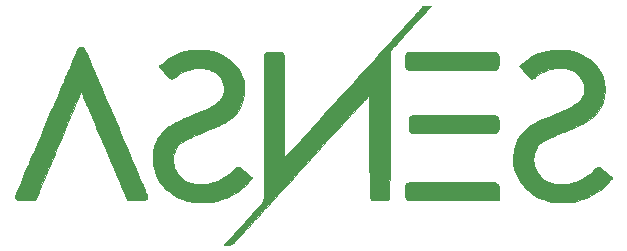
<source format=gbr>
%TF.GenerationSoftware,KiCad,Pcbnew,(5.1.9)-1*%
%TF.CreationDate,2021-08-08T20:50:52+02:00*%
%TF.ProjectId,SwitchBox,53776974-6368-4426-9f78-2e6b69636164,rev?*%
%TF.SameCoordinates,Original*%
%TF.FileFunction,Legend,Bot*%
%TF.FilePolarity,Positive*%
%FSLAX46Y46*%
G04 Gerber Fmt 4.6, Leading zero omitted, Abs format (unit mm)*
G04 Created by KiCad (PCBNEW (5.1.9)-1) date 2021-08-08 20:50:52*
%MOMM*%
%LPD*%
G01*
G04 APERTURE LIST*
%ADD10C,0.010000*%
G04 APERTURE END LIST*
D10*
%TO.C,G\u002A\u002A\u002A*%
G36*
X132025306Y-97056798D02*
G01*
X131927562Y-97059813D01*
X131900512Y-97061437D01*
X131823256Y-97068020D01*
X131771171Y-97076286D01*
X131735565Y-97088533D01*
X131707748Y-97107055D01*
X131699091Y-97114666D01*
X131691131Y-97122460D01*
X131677571Y-97136456D01*
X131657675Y-97157459D01*
X131630709Y-97186274D01*
X131595936Y-97223705D01*
X131552620Y-97270558D01*
X131500026Y-97327637D01*
X131437417Y-97395747D01*
X131364059Y-97475692D01*
X131279215Y-97568277D01*
X131182149Y-97674307D01*
X131072126Y-97794588D01*
X130948409Y-97929922D01*
X130810264Y-98081116D01*
X130656954Y-98248974D01*
X130487744Y-98434301D01*
X130301897Y-98637901D01*
X130098679Y-98860579D01*
X129877352Y-99103140D01*
X129637182Y-99366389D01*
X129377433Y-99651131D01*
X129097368Y-99958169D01*
X128796252Y-100288310D01*
X128473350Y-100642357D01*
X128339429Y-100789199D01*
X128138281Y-101009695D01*
X127915689Y-101253579D01*
X127673094Y-101519277D01*
X127411939Y-101805213D01*
X127133663Y-102109812D01*
X126839708Y-102431497D01*
X126531514Y-102768693D01*
X126210524Y-103119824D01*
X125878178Y-103483316D01*
X125535916Y-103857591D01*
X125185181Y-104241075D01*
X124827413Y-104632192D01*
X124464054Y-105029366D01*
X124096544Y-105431021D01*
X123726324Y-105835582D01*
X123354836Y-106241474D01*
X122983520Y-106647120D01*
X122613818Y-107050945D01*
X122247171Y-107451374D01*
X121885020Y-107846830D01*
X121571557Y-108189066D01*
X121385984Y-108391533D01*
X121206353Y-108587276D01*
X121034026Y-108774821D01*
X120870366Y-108952695D01*
X120716737Y-109119425D01*
X120574501Y-109273536D01*
X120445022Y-109413556D01*
X120329663Y-109538011D01*
X120229786Y-109645428D01*
X120146756Y-109734332D01*
X120081935Y-109803252D01*
X120036686Y-109850713D01*
X120012372Y-109875242D01*
X120008802Y-109878310D01*
X119973867Y-109899620D01*
X119973867Y-105607710D01*
X119973811Y-105102869D01*
X119973642Y-104631409D01*
X119973358Y-104192841D01*
X119972957Y-103786679D01*
X119972438Y-103412437D01*
X119971797Y-103069627D01*
X119971033Y-102757763D01*
X119970144Y-102476357D01*
X119969127Y-102224924D01*
X119967982Y-102002976D01*
X119966705Y-101810027D01*
X119965296Y-101645589D01*
X119963751Y-101509177D01*
X119962068Y-101400302D01*
X119960247Y-101318479D01*
X119958284Y-101263220D01*
X119956178Y-101234039D01*
X119955663Y-101230919D01*
X119922202Y-101130733D01*
X119868163Y-101054787D01*
X119789687Y-100997867D01*
X119779109Y-100992400D01*
X119694467Y-100950066D01*
X119135667Y-100950066D01*
X118964771Y-100950380D01*
X118824135Y-100951643D01*
X118710155Y-100954334D01*
X118619227Y-100958936D01*
X118547748Y-100965929D01*
X118492113Y-100975794D01*
X118448718Y-100989011D01*
X118413960Y-101006063D01*
X118384236Y-101027428D01*
X118355940Y-101053589D01*
X118355345Y-101054183D01*
X118314846Y-101104163D01*
X118282986Y-101159639D01*
X118277184Y-101174113D01*
X118275174Y-101185133D01*
X118273280Y-101206837D01*
X118271496Y-101240152D01*
X118269820Y-101286006D01*
X118268248Y-101345323D01*
X118266777Y-101419033D01*
X118265402Y-101508060D01*
X118264120Y-101613333D01*
X118262928Y-101735777D01*
X118261821Y-101876319D01*
X118260796Y-102035887D01*
X118259850Y-102215407D01*
X118258978Y-102415805D01*
X118258177Y-102638009D01*
X118257443Y-102882945D01*
X118256774Y-103151540D01*
X118256164Y-103444721D01*
X118255611Y-103763414D01*
X118255110Y-104108547D01*
X118254658Y-104481046D01*
X118254252Y-104881837D01*
X118253888Y-105311848D01*
X118253561Y-105772005D01*
X118253269Y-106263236D01*
X118253008Y-106786466D01*
X118252773Y-107342623D01*
X118252770Y-107350866D01*
X118252509Y-107940224D01*
X118252194Y-108496302D01*
X118251822Y-109019689D01*
X118251391Y-109510971D01*
X118250900Y-109970737D01*
X118250346Y-110399574D01*
X118249727Y-110798070D01*
X118249042Y-111166811D01*
X118248289Y-111506386D01*
X118247465Y-111817382D01*
X118246568Y-112100386D01*
X118245596Y-112355986D01*
X118244548Y-112584770D01*
X118243421Y-112787325D01*
X118242214Y-112964239D01*
X118240924Y-113116098D01*
X118239549Y-113243491D01*
X118238088Y-113347005D01*
X118236538Y-113427228D01*
X118234897Y-113484747D01*
X118233164Y-113520149D01*
X118231653Y-113533156D01*
X118209076Y-113591608D01*
X118175674Y-113652651D01*
X118164810Y-113668623D01*
X118145125Y-113692515D01*
X118104625Y-113739046D01*
X118045394Y-113805901D01*
X117969514Y-113890766D01*
X117879070Y-113991326D01*
X117776142Y-114105267D01*
X117662816Y-114230274D01*
X117541172Y-114364033D01*
X117413295Y-114504229D01*
X117381461Y-114539066D01*
X117287317Y-114642119D01*
X117178509Y-114761334D01*
X117056972Y-114894586D01*
X116924636Y-115039752D01*
X116783436Y-115194706D01*
X116635303Y-115357325D01*
X116482170Y-115525485D01*
X116325969Y-115697060D01*
X116168634Y-115869927D01*
X116012097Y-116041962D01*
X115858290Y-116211040D01*
X115709147Y-116375036D01*
X115566599Y-116531827D01*
X115432579Y-116679288D01*
X115309020Y-116815295D01*
X115197854Y-116937723D01*
X115101015Y-117044449D01*
X115020434Y-117133348D01*
X114958045Y-117202295D01*
X114915779Y-117249166D01*
X114905142Y-117261033D01*
X114883405Y-117288884D01*
X114878145Y-117303275D01*
X114878278Y-117303366D01*
X114896779Y-117304242D01*
X114943157Y-117303840D01*
X115011451Y-117302283D01*
X115095700Y-117299694D01*
X115147866Y-117297829D01*
X115277151Y-117291062D01*
X115379839Y-117280476D01*
X115463135Y-117264348D01*
X115534243Y-117240952D01*
X115600368Y-117208564D01*
X115650974Y-117177368D01*
X115669565Y-117160184D01*
X115709515Y-117119464D01*
X115769406Y-117056737D01*
X115847822Y-116973533D01*
X115943347Y-116871380D01*
X116054565Y-116751808D01*
X116180058Y-116616347D01*
X116318411Y-116466525D01*
X116468207Y-116303872D01*
X116628029Y-116129917D01*
X116796462Y-115946190D01*
X116972089Y-115754219D01*
X117153492Y-115555535D01*
X117177084Y-115529666D01*
X117458290Y-115221320D01*
X117739291Y-114913269D01*
X118021282Y-114604204D01*
X118305463Y-114292813D01*
X118593031Y-113977788D01*
X118885183Y-113657817D01*
X119183117Y-113331590D01*
X119488031Y-112997798D01*
X119801122Y-112655129D01*
X120123588Y-112302273D01*
X120456626Y-111937920D01*
X120801434Y-111560760D01*
X121159209Y-111169483D01*
X121531150Y-110762777D01*
X121918454Y-110339334D01*
X122322318Y-109897842D01*
X122743939Y-109436992D01*
X123184517Y-108955472D01*
X123645247Y-108451973D01*
X124127329Y-107925185D01*
X124266091Y-107773562D01*
X124515848Y-107500650D01*
X124760039Y-107233803D01*
X124997644Y-106974138D01*
X125227640Y-106722771D01*
X125449009Y-106480817D01*
X125660729Y-106249393D01*
X125861779Y-106029614D01*
X126051140Y-105822597D01*
X126227789Y-105629458D01*
X126390706Y-105451313D01*
X126538872Y-105289277D01*
X126671264Y-105144467D01*
X126786863Y-105017998D01*
X126884648Y-104910988D01*
X126963597Y-104824551D01*
X127022691Y-104759804D01*
X127060909Y-104717863D01*
X127076947Y-104700162D01*
X127089343Y-104685028D01*
X127100849Y-104669274D01*
X127111502Y-104654068D01*
X127121335Y-104640579D01*
X127130383Y-104629976D01*
X127138682Y-104623427D01*
X127146267Y-104622100D01*
X127153172Y-104627164D01*
X127159432Y-104639788D01*
X127165083Y-104661140D01*
X127170160Y-104692389D01*
X127174697Y-104734704D01*
X127178729Y-104789252D01*
X127182291Y-104857202D01*
X127185419Y-104939724D01*
X127188147Y-105037985D01*
X127190510Y-105153154D01*
X127192543Y-105286400D01*
X127194281Y-105438891D01*
X127195760Y-105611796D01*
X127197013Y-105806283D01*
X127198077Y-106023521D01*
X127198986Y-106264678D01*
X127199774Y-106530923D01*
X127200478Y-106823425D01*
X127201131Y-107143352D01*
X127201769Y-107491873D01*
X127202427Y-107870155D01*
X127203140Y-108279369D01*
X127203943Y-108720681D01*
X127204400Y-108959533D01*
X127212866Y-113294466D01*
X127255200Y-113369754D01*
X127304017Y-113434664D01*
X127372397Y-113483387D01*
X127381691Y-113488287D01*
X127465849Y-113531533D01*
X128021439Y-113536818D01*
X128180298Y-113538085D01*
X128309168Y-113538471D01*
X128411918Y-113537849D01*
X128492420Y-113536096D01*
X128554541Y-113533086D01*
X128602151Y-113528695D01*
X128639120Y-113522796D01*
X128666979Y-113515954D01*
X128756924Y-113481343D01*
X128821418Y-113434744D01*
X128868340Y-113370171D01*
X128874419Y-113358427D01*
X128877226Y-113352089D01*
X128879865Y-113344027D01*
X128882345Y-113333206D01*
X128884670Y-113318588D01*
X128886849Y-113299137D01*
X128888887Y-113273816D01*
X128890792Y-113241588D01*
X128892569Y-113201417D01*
X128894227Y-113152265D01*
X128895771Y-113093096D01*
X128897208Y-113022873D01*
X128898546Y-112940560D01*
X128899790Y-112845120D01*
X128900948Y-112735516D01*
X128902026Y-112610711D01*
X128903031Y-112469669D01*
X128903969Y-112311353D01*
X128904848Y-112134726D01*
X128905674Y-111938751D01*
X128906454Y-111722392D01*
X128907195Y-111484612D01*
X128907902Y-111224374D01*
X128908584Y-110940642D01*
X128909247Y-110632379D01*
X128909897Y-110298547D01*
X128910541Y-109938111D01*
X128911187Y-109550033D01*
X128911840Y-109133278D01*
X128912507Y-108686807D01*
X128913196Y-108209585D01*
X128913912Y-107700574D01*
X128914663Y-107158739D01*
X128914666Y-107156133D01*
X128923133Y-101017800D01*
X128961204Y-100923762D01*
X128989915Y-100860873D01*
X129022176Y-100801761D01*
X129040191Y-100774266D01*
X129059359Y-100751260D01*
X129099133Y-100705895D01*
X129157194Y-100640740D01*
X129231225Y-100558365D01*
X129318906Y-100461338D01*
X129417919Y-100352230D01*
X129525947Y-100233610D01*
X129640671Y-100108047D01*
X129681029Y-100063970D01*
X129796967Y-99937329D01*
X129925007Y-99797307D01*
X130063392Y-99645833D01*
X130210366Y-99484840D01*
X130364173Y-99316256D01*
X130523057Y-99142013D01*
X130685261Y-98964040D01*
X130849028Y-98784270D01*
X131012603Y-98604631D01*
X131174230Y-98427054D01*
X131332151Y-98253470D01*
X131484611Y-98085810D01*
X131629853Y-97926003D01*
X131766121Y-97775981D01*
X131891658Y-97637673D01*
X132004709Y-97513010D01*
X132103516Y-97403923D01*
X132186325Y-97312342D01*
X132251377Y-97240198D01*
X132296918Y-97189420D01*
X132319606Y-97163774D01*
X132401881Y-97068948D01*
X132228841Y-97059744D01*
X132131961Y-97056743D01*
X132025306Y-97056798D01*
G37*
X132025306Y-97056798D02*
X131927562Y-97059813D01*
X131900512Y-97061437D01*
X131823256Y-97068020D01*
X131771171Y-97076286D01*
X131735565Y-97088533D01*
X131707748Y-97107055D01*
X131699091Y-97114666D01*
X131691131Y-97122460D01*
X131677571Y-97136456D01*
X131657675Y-97157459D01*
X131630709Y-97186274D01*
X131595936Y-97223705D01*
X131552620Y-97270558D01*
X131500026Y-97327637D01*
X131437417Y-97395747D01*
X131364059Y-97475692D01*
X131279215Y-97568277D01*
X131182149Y-97674307D01*
X131072126Y-97794588D01*
X130948409Y-97929922D01*
X130810264Y-98081116D01*
X130656954Y-98248974D01*
X130487744Y-98434301D01*
X130301897Y-98637901D01*
X130098679Y-98860579D01*
X129877352Y-99103140D01*
X129637182Y-99366389D01*
X129377433Y-99651131D01*
X129097368Y-99958169D01*
X128796252Y-100288310D01*
X128473350Y-100642357D01*
X128339429Y-100789199D01*
X128138281Y-101009695D01*
X127915689Y-101253579D01*
X127673094Y-101519277D01*
X127411939Y-101805213D01*
X127133663Y-102109812D01*
X126839708Y-102431497D01*
X126531514Y-102768693D01*
X126210524Y-103119824D01*
X125878178Y-103483316D01*
X125535916Y-103857591D01*
X125185181Y-104241075D01*
X124827413Y-104632192D01*
X124464054Y-105029366D01*
X124096544Y-105431021D01*
X123726324Y-105835582D01*
X123354836Y-106241474D01*
X122983520Y-106647120D01*
X122613818Y-107050945D01*
X122247171Y-107451374D01*
X121885020Y-107846830D01*
X121571557Y-108189066D01*
X121385984Y-108391533D01*
X121206353Y-108587276D01*
X121034026Y-108774821D01*
X120870366Y-108952695D01*
X120716737Y-109119425D01*
X120574501Y-109273536D01*
X120445022Y-109413556D01*
X120329663Y-109538011D01*
X120229786Y-109645428D01*
X120146756Y-109734332D01*
X120081935Y-109803252D01*
X120036686Y-109850713D01*
X120012372Y-109875242D01*
X120008802Y-109878310D01*
X119973867Y-109899620D01*
X119973867Y-105607710D01*
X119973811Y-105102869D01*
X119973642Y-104631409D01*
X119973358Y-104192841D01*
X119972957Y-103786679D01*
X119972438Y-103412437D01*
X119971797Y-103069627D01*
X119971033Y-102757763D01*
X119970144Y-102476357D01*
X119969127Y-102224924D01*
X119967982Y-102002976D01*
X119966705Y-101810027D01*
X119965296Y-101645589D01*
X119963751Y-101509177D01*
X119962068Y-101400302D01*
X119960247Y-101318479D01*
X119958284Y-101263220D01*
X119956178Y-101234039D01*
X119955663Y-101230919D01*
X119922202Y-101130733D01*
X119868163Y-101054787D01*
X119789687Y-100997867D01*
X119779109Y-100992400D01*
X119694467Y-100950066D01*
X119135667Y-100950066D01*
X118964771Y-100950380D01*
X118824135Y-100951643D01*
X118710155Y-100954334D01*
X118619227Y-100958936D01*
X118547748Y-100965929D01*
X118492113Y-100975794D01*
X118448718Y-100989011D01*
X118413960Y-101006063D01*
X118384236Y-101027428D01*
X118355940Y-101053589D01*
X118355345Y-101054183D01*
X118314846Y-101104163D01*
X118282986Y-101159639D01*
X118277184Y-101174113D01*
X118275174Y-101185133D01*
X118273280Y-101206837D01*
X118271496Y-101240152D01*
X118269820Y-101286006D01*
X118268248Y-101345323D01*
X118266777Y-101419033D01*
X118265402Y-101508060D01*
X118264120Y-101613333D01*
X118262928Y-101735777D01*
X118261821Y-101876319D01*
X118260796Y-102035887D01*
X118259850Y-102215407D01*
X118258978Y-102415805D01*
X118258177Y-102638009D01*
X118257443Y-102882945D01*
X118256774Y-103151540D01*
X118256164Y-103444721D01*
X118255611Y-103763414D01*
X118255110Y-104108547D01*
X118254658Y-104481046D01*
X118254252Y-104881837D01*
X118253888Y-105311848D01*
X118253561Y-105772005D01*
X118253269Y-106263236D01*
X118253008Y-106786466D01*
X118252773Y-107342623D01*
X118252770Y-107350866D01*
X118252509Y-107940224D01*
X118252194Y-108496302D01*
X118251822Y-109019689D01*
X118251391Y-109510971D01*
X118250900Y-109970737D01*
X118250346Y-110399574D01*
X118249727Y-110798070D01*
X118249042Y-111166811D01*
X118248289Y-111506386D01*
X118247465Y-111817382D01*
X118246568Y-112100386D01*
X118245596Y-112355986D01*
X118244548Y-112584770D01*
X118243421Y-112787325D01*
X118242214Y-112964239D01*
X118240924Y-113116098D01*
X118239549Y-113243491D01*
X118238088Y-113347005D01*
X118236538Y-113427228D01*
X118234897Y-113484747D01*
X118233164Y-113520149D01*
X118231653Y-113533156D01*
X118209076Y-113591608D01*
X118175674Y-113652651D01*
X118164810Y-113668623D01*
X118145125Y-113692515D01*
X118104625Y-113739046D01*
X118045394Y-113805901D01*
X117969514Y-113890766D01*
X117879070Y-113991326D01*
X117776142Y-114105267D01*
X117662816Y-114230274D01*
X117541172Y-114364033D01*
X117413295Y-114504229D01*
X117381461Y-114539066D01*
X117287317Y-114642119D01*
X117178509Y-114761334D01*
X117056972Y-114894586D01*
X116924636Y-115039752D01*
X116783436Y-115194706D01*
X116635303Y-115357325D01*
X116482170Y-115525485D01*
X116325969Y-115697060D01*
X116168634Y-115869927D01*
X116012097Y-116041962D01*
X115858290Y-116211040D01*
X115709147Y-116375036D01*
X115566599Y-116531827D01*
X115432579Y-116679288D01*
X115309020Y-116815295D01*
X115197854Y-116937723D01*
X115101015Y-117044449D01*
X115020434Y-117133348D01*
X114958045Y-117202295D01*
X114915779Y-117249166D01*
X114905142Y-117261033D01*
X114883405Y-117288884D01*
X114878145Y-117303275D01*
X114878278Y-117303366D01*
X114896779Y-117304242D01*
X114943157Y-117303840D01*
X115011451Y-117302283D01*
X115095700Y-117299694D01*
X115147866Y-117297829D01*
X115277151Y-117291062D01*
X115379839Y-117280476D01*
X115463135Y-117264348D01*
X115534243Y-117240952D01*
X115600368Y-117208564D01*
X115650974Y-117177368D01*
X115669565Y-117160184D01*
X115709515Y-117119464D01*
X115769406Y-117056737D01*
X115847822Y-116973533D01*
X115943347Y-116871380D01*
X116054565Y-116751808D01*
X116180058Y-116616347D01*
X116318411Y-116466525D01*
X116468207Y-116303872D01*
X116628029Y-116129917D01*
X116796462Y-115946190D01*
X116972089Y-115754219D01*
X117153492Y-115555535D01*
X117177084Y-115529666D01*
X117458290Y-115221320D01*
X117739291Y-114913269D01*
X118021282Y-114604204D01*
X118305463Y-114292813D01*
X118593031Y-113977788D01*
X118885183Y-113657817D01*
X119183117Y-113331590D01*
X119488031Y-112997798D01*
X119801122Y-112655129D01*
X120123588Y-112302273D01*
X120456626Y-111937920D01*
X120801434Y-111560760D01*
X121159209Y-111169483D01*
X121531150Y-110762777D01*
X121918454Y-110339334D01*
X122322318Y-109897842D01*
X122743939Y-109436992D01*
X123184517Y-108955472D01*
X123645247Y-108451973D01*
X124127329Y-107925185D01*
X124266091Y-107773562D01*
X124515848Y-107500650D01*
X124760039Y-107233803D01*
X124997644Y-106974138D01*
X125227640Y-106722771D01*
X125449009Y-106480817D01*
X125660729Y-106249393D01*
X125861779Y-106029614D01*
X126051140Y-105822597D01*
X126227789Y-105629458D01*
X126390706Y-105451313D01*
X126538872Y-105289277D01*
X126671264Y-105144467D01*
X126786863Y-105017998D01*
X126884648Y-104910988D01*
X126963597Y-104824551D01*
X127022691Y-104759804D01*
X127060909Y-104717863D01*
X127076947Y-104700162D01*
X127089343Y-104685028D01*
X127100849Y-104669274D01*
X127111502Y-104654068D01*
X127121335Y-104640579D01*
X127130383Y-104629976D01*
X127138682Y-104623427D01*
X127146267Y-104622100D01*
X127153172Y-104627164D01*
X127159432Y-104639788D01*
X127165083Y-104661140D01*
X127170160Y-104692389D01*
X127174697Y-104734704D01*
X127178729Y-104789252D01*
X127182291Y-104857202D01*
X127185419Y-104939724D01*
X127188147Y-105037985D01*
X127190510Y-105153154D01*
X127192543Y-105286400D01*
X127194281Y-105438891D01*
X127195760Y-105611796D01*
X127197013Y-105806283D01*
X127198077Y-106023521D01*
X127198986Y-106264678D01*
X127199774Y-106530923D01*
X127200478Y-106823425D01*
X127201131Y-107143352D01*
X127201769Y-107491873D01*
X127202427Y-107870155D01*
X127203140Y-108279369D01*
X127203943Y-108720681D01*
X127204400Y-108959533D01*
X127212866Y-113294466D01*
X127255200Y-113369754D01*
X127304017Y-113434664D01*
X127372397Y-113483387D01*
X127381691Y-113488287D01*
X127465849Y-113531533D01*
X128021439Y-113536818D01*
X128180298Y-113538085D01*
X128309168Y-113538471D01*
X128411918Y-113537849D01*
X128492420Y-113536096D01*
X128554541Y-113533086D01*
X128602151Y-113528695D01*
X128639120Y-113522796D01*
X128666979Y-113515954D01*
X128756924Y-113481343D01*
X128821418Y-113434744D01*
X128868340Y-113370171D01*
X128874419Y-113358427D01*
X128877226Y-113352089D01*
X128879865Y-113344027D01*
X128882345Y-113333206D01*
X128884670Y-113318588D01*
X128886849Y-113299137D01*
X128888887Y-113273816D01*
X128890792Y-113241588D01*
X128892569Y-113201417D01*
X128894227Y-113152265D01*
X128895771Y-113093096D01*
X128897208Y-113022873D01*
X128898546Y-112940560D01*
X128899790Y-112845120D01*
X128900948Y-112735516D01*
X128902026Y-112610711D01*
X128903031Y-112469669D01*
X128903969Y-112311353D01*
X128904848Y-112134726D01*
X128905674Y-111938751D01*
X128906454Y-111722392D01*
X128907195Y-111484612D01*
X128907902Y-111224374D01*
X128908584Y-110940642D01*
X128909247Y-110632379D01*
X128909897Y-110298547D01*
X128910541Y-109938111D01*
X128911187Y-109550033D01*
X128911840Y-109133278D01*
X128912507Y-108686807D01*
X128913196Y-108209585D01*
X128913912Y-107700574D01*
X128914663Y-107158739D01*
X128914666Y-107156133D01*
X128923133Y-101017800D01*
X128961204Y-100923762D01*
X128989915Y-100860873D01*
X129022176Y-100801761D01*
X129040191Y-100774266D01*
X129059359Y-100751260D01*
X129099133Y-100705895D01*
X129157194Y-100640740D01*
X129231225Y-100558365D01*
X129318906Y-100461338D01*
X129417919Y-100352230D01*
X129525947Y-100233610D01*
X129640671Y-100108047D01*
X129681029Y-100063970D01*
X129796967Y-99937329D01*
X129925007Y-99797307D01*
X130063392Y-99645833D01*
X130210366Y-99484840D01*
X130364173Y-99316256D01*
X130523057Y-99142013D01*
X130685261Y-98964040D01*
X130849028Y-98784270D01*
X131012603Y-98604631D01*
X131174230Y-98427054D01*
X131332151Y-98253470D01*
X131484611Y-98085810D01*
X131629853Y-97926003D01*
X131766121Y-97775981D01*
X131891658Y-97637673D01*
X132004709Y-97513010D01*
X132103516Y-97403923D01*
X132186325Y-97312342D01*
X132251377Y-97240198D01*
X132296918Y-97189420D01*
X132319606Y-97163774D01*
X132401881Y-97068948D01*
X132228841Y-97059744D01*
X132131961Y-97056743D01*
X132025306Y-97056798D01*
G36*
X143116091Y-100782988D02*
G01*
X142947812Y-100787698D01*
X142794800Y-100795917D01*
X142665025Y-100807645D01*
X142630666Y-100812006D01*
X142238683Y-100880094D01*
X141866491Y-100973822D01*
X141511356Y-101094448D01*
X141170543Y-101243235D01*
X140841317Y-101421441D01*
X140520944Y-101630329D01*
X140206687Y-101871158D01*
X140058200Y-101997605D01*
X139995428Y-102053544D01*
X139943050Y-102101675D01*
X139905760Y-102137573D01*
X139888254Y-102156814D01*
X139887518Y-102158472D01*
X139898309Y-102173174D01*
X139929066Y-102210524D01*
X139977398Y-102267727D01*
X140040913Y-102341992D01*
X140117220Y-102430526D01*
X140203929Y-102530538D01*
X140298647Y-102639234D01*
X140325606Y-102670076D01*
X140454058Y-102816057D01*
X140562019Y-102936797D01*
X140650421Y-103033287D01*
X140720196Y-103106513D01*
X140772277Y-103157465D01*
X140807597Y-103187131D01*
X140820854Y-103195009D01*
X140893352Y-103212721D01*
X140979960Y-103215393D01*
X141064600Y-103203329D01*
X141106667Y-103189609D01*
X141143877Y-103168677D01*
X141198910Y-103131471D01*
X141263761Y-103083622D01*
X141318333Y-103040653D01*
X141586193Y-102841602D01*
X141858401Y-102675930D01*
X142135530Y-102543363D01*
X142418154Y-102443625D01*
X142696442Y-102378277D01*
X142823550Y-102359973D01*
X142970907Y-102346026D01*
X143130204Y-102336618D01*
X143293136Y-102331933D01*
X143451394Y-102332152D01*
X143596670Y-102337459D01*
X143720658Y-102348037D01*
X143768180Y-102354710D01*
X144025660Y-102412062D01*
X144266542Y-102495951D01*
X144489074Y-102604893D01*
X144691506Y-102737404D01*
X144872087Y-102891999D01*
X145029066Y-103067195D01*
X145160693Y-103261507D01*
X145265217Y-103473451D01*
X145336262Y-103683947D01*
X145354027Y-103754620D01*
X145366220Y-103817359D01*
X145373822Y-103881647D01*
X145377810Y-103956967D01*
X145379165Y-104052803D01*
X145379188Y-104099666D01*
X145377979Y-104211481D01*
X145374259Y-104298356D01*
X145367180Y-104369177D01*
X145355895Y-104432830D01*
X145342038Y-104489133D01*
X145293092Y-104642271D01*
X145231449Y-104782573D01*
X145154618Y-104912529D01*
X145060107Y-105034631D01*
X144945424Y-105151371D01*
X144808078Y-105265242D01*
X144645579Y-105378735D01*
X144455433Y-105494342D01*
X144235150Y-105614554D01*
X144197000Y-105634352D01*
X144123053Y-105672174D01*
X144051553Y-105707950D01*
X143979293Y-105743100D01*
X143903063Y-105779045D01*
X143819656Y-105817208D01*
X143725862Y-105859009D01*
X143618473Y-105905870D01*
X143494281Y-105959213D01*
X143350076Y-106020458D01*
X143182651Y-106091027D01*
X142988796Y-106172341D01*
X142876200Y-106219461D01*
X142577691Y-106344839D01*
X142308590Y-106459105D01*
X142066715Y-106563364D01*
X141849888Y-106658721D01*
X141655929Y-106746281D01*
X141482658Y-106827149D01*
X141327895Y-106902429D01*
X141189462Y-106973227D01*
X141065178Y-107040648D01*
X140952864Y-107105796D01*
X140850340Y-107169777D01*
X140755427Y-107233695D01*
X140665944Y-107298655D01*
X140579713Y-107365762D01*
X140522467Y-107412647D01*
X140280985Y-107635447D01*
X140067031Y-107877922D01*
X139880843Y-108139690D01*
X139722659Y-108420370D01*
X139592719Y-108719579D01*
X139491261Y-109036936D01*
X139479926Y-109080489D01*
X139411362Y-109418788D01*
X139375572Y-109761233D01*
X139372455Y-110104896D01*
X139401909Y-110446853D01*
X139463830Y-110784176D01*
X139550204Y-111090379D01*
X139607755Y-111246394D01*
X139680119Y-111415514D01*
X139762112Y-111587075D01*
X139848556Y-111750414D01*
X139934268Y-111894868D01*
X139961035Y-111935871D01*
X140176431Y-112227144D01*
X140414809Y-112493764D01*
X140675542Y-112735355D01*
X140958002Y-112951544D01*
X141261561Y-113141955D01*
X141585590Y-113306215D01*
X141929461Y-113443949D01*
X142292547Y-113554782D01*
X142674220Y-113638339D01*
X142867733Y-113669198D01*
X142953880Y-113678495D01*
X143066514Y-113686461D01*
X143198278Y-113692948D01*
X143341815Y-113697805D01*
X143489765Y-113700885D01*
X143634772Y-113702039D01*
X143769476Y-113701116D01*
X143886520Y-113697969D01*
X143978547Y-113692448D01*
X143985333Y-113691831D01*
X144401652Y-113636542D01*
X144812721Y-113550208D01*
X145215635Y-113433977D01*
X145607489Y-113288997D01*
X145985378Y-113116417D01*
X146346398Y-112917383D01*
X146687644Y-112693046D01*
X146880933Y-112547376D01*
X146960944Y-112480635D01*
X147049703Y-112400945D01*
X147144210Y-112311541D01*
X147241463Y-112215663D01*
X147338462Y-112116546D01*
X147432208Y-112017428D01*
X147519699Y-111921546D01*
X147597935Y-111832138D01*
X147663915Y-111752440D01*
X147714640Y-111685690D01*
X147747108Y-111635125D01*
X147758319Y-111603982D01*
X147757971Y-111601141D01*
X147743592Y-111583743D01*
X147706324Y-111547947D01*
X147649616Y-111496644D01*
X147576918Y-111432724D01*
X147491680Y-111359079D01*
X147397351Y-111278599D01*
X147297380Y-111194175D01*
X147195217Y-111108698D01*
X147094312Y-111025059D01*
X146998115Y-110946148D01*
X146910074Y-110874857D01*
X146833640Y-110814075D01*
X146772261Y-110766694D01*
X146729389Y-110735606D01*
X146713093Y-110725511D01*
X146657061Y-110703189D01*
X146600791Y-110696905D01*
X146533173Y-110706501D01*
X146474699Y-110722119D01*
X146442822Y-110732963D01*
X146412479Y-110747525D01*
X146379668Y-110769122D01*
X146340387Y-110801071D01*
X146290634Y-110846690D01*
X146226407Y-110909295D01*
X146143704Y-110992203D01*
X146120259Y-111015898D01*
X146033455Y-111102276D01*
X145944949Y-111187809D01*
X145860754Y-111266864D01*
X145786888Y-111333810D01*
X145729365Y-111383014D01*
X145721000Y-111389719D01*
X145450419Y-111585657D01*
X145170958Y-111752333D01*
X144878922Y-111891374D01*
X144570617Y-112004409D01*
X144242347Y-112093066D01*
X144024841Y-112136919D01*
X143899608Y-112154563D01*
X143754390Y-112167445D01*
X143597100Y-112175501D01*
X143435647Y-112178666D01*
X143277944Y-112176877D01*
X143131901Y-112170070D01*
X143005431Y-112158181D01*
X142927614Y-112145776D01*
X142643404Y-112073315D01*
X142379392Y-111975002D01*
X142136472Y-111851477D01*
X141915539Y-111703381D01*
X141717485Y-111531356D01*
X141543205Y-111336041D01*
X141393592Y-111118079D01*
X141326930Y-110998122D01*
X141227204Y-110780170D01*
X141156378Y-110566390D01*
X141112680Y-110348756D01*
X141094337Y-110119240D01*
X141095523Y-109950133D01*
X141112208Y-109734819D01*
X141146407Y-109542619D01*
X141200248Y-109366479D01*
X141275858Y-109199345D01*
X141368792Y-109043982D01*
X141433253Y-108954947D01*
X141506077Y-108870521D01*
X141590016Y-108788793D01*
X141687825Y-108707851D01*
X141802258Y-108625784D01*
X141936069Y-108540680D01*
X142092012Y-108450629D01*
X142272842Y-108353719D01*
X142481312Y-108248038D01*
X142599044Y-108190206D01*
X142706870Y-108138057D01*
X142808903Y-108089570D01*
X142909037Y-108043064D01*
X143011161Y-107996858D01*
X143119169Y-107949270D01*
X143236950Y-107898619D01*
X143368398Y-107843222D01*
X143517402Y-107781399D01*
X143687856Y-107711468D01*
X143883649Y-107631747D01*
X144010733Y-107580207D01*
X144283132Y-107468911D01*
X144533391Y-107364733D01*
X144759700Y-107268457D01*
X144960252Y-107180867D01*
X145133238Y-107102744D01*
X145276849Y-107034873D01*
X145325752Y-107010726D01*
X145633084Y-106840612D01*
X145911502Y-106652893D01*
X146161098Y-106447448D01*
X146381965Y-106224150D01*
X146574196Y-105982877D01*
X146737883Y-105723504D01*
X146873121Y-105445907D01*
X146980000Y-105149961D01*
X147058615Y-104835543D01*
X147090525Y-104649999D01*
X147123979Y-104317005D01*
X147127218Y-103988583D01*
X147100333Y-103668899D01*
X147064392Y-103456199D01*
X146985763Y-103157490D01*
X146875168Y-102868368D01*
X146733515Y-102590276D01*
X146561711Y-102324657D01*
X146360663Y-102072952D01*
X146131278Y-101836605D01*
X145941133Y-101670244D01*
X145655440Y-101456951D01*
X145357030Y-101273596D01*
X145044261Y-101119485D01*
X144715493Y-100993927D01*
X144369084Y-100896229D01*
X144003396Y-100825699D01*
X143907526Y-100812065D01*
X143782467Y-100799235D01*
X143632824Y-100789911D01*
X143466567Y-100784095D01*
X143291666Y-100781788D01*
X143116091Y-100782988D01*
G37*
X143116091Y-100782988D02*
X142947812Y-100787698D01*
X142794800Y-100795917D01*
X142665025Y-100807645D01*
X142630666Y-100812006D01*
X142238683Y-100880094D01*
X141866491Y-100973822D01*
X141511356Y-101094448D01*
X141170543Y-101243235D01*
X140841317Y-101421441D01*
X140520944Y-101630329D01*
X140206687Y-101871158D01*
X140058200Y-101997605D01*
X139995428Y-102053544D01*
X139943050Y-102101675D01*
X139905760Y-102137573D01*
X139888254Y-102156814D01*
X139887518Y-102158472D01*
X139898309Y-102173174D01*
X139929066Y-102210524D01*
X139977398Y-102267727D01*
X140040913Y-102341992D01*
X140117220Y-102430526D01*
X140203929Y-102530538D01*
X140298647Y-102639234D01*
X140325606Y-102670076D01*
X140454058Y-102816057D01*
X140562019Y-102936797D01*
X140650421Y-103033287D01*
X140720196Y-103106513D01*
X140772277Y-103157465D01*
X140807597Y-103187131D01*
X140820854Y-103195009D01*
X140893352Y-103212721D01*
X140979960Y-103215393D01*
X141064600Y-103203329D01*
X141106667Y-103189609D01*
X141143877Y-103168677D01*
X141198910Y-103131471D01*
X141263761Y-103083622D01*
X141318333Y-103040653D01*
X141586193Y-102841602D01*
X141858401Y-102675930D01*
X142135530Y-102543363D01*
X142418154Y-102443625D01*
X142696442Y-102378277D01*
X142823550Y-102359973D01*
X142970907Y-102346026D01*
X143130204Y-102336618D01*
X143293136Y-102331933D01*
X143451394Y-102332152D01*
X143596670Y-102337459D01*
X143720658Y-102348037D01*
X143768180Y-102354710D01*
X144025660Y-102412062D01*
X144266542Y-102495951D01*
X144489074Y-102604893D01*
X144691506Y-102737404D01*
X144872087Y-102891999D01*
X145029066Y-103067195D01*
X145160693Y-103261507D01*
X145265217Y-103473451D01*
X145336262Y-103683947D01*
X145354027Y-103754620D01*
X145366220Y-103817359D01*
X145373822Y-103881647D01*
X145377810Y-103956967D01*
X145379165Y-104052803D01*
X145379188Y-104099666D01*
X145377979Y-104211481D01*
X145374259Y-104298356D01*
X145367180Y-104369177D01*
X145355895Y-104432830D01*
X145342038Y-104489133D01*
X145293092Y-104642271D01*
X145231449Y-104782573D01*
X145154618Y-104912529D01*
X145060107Y-105034631D01*
X144945424Y-105151371D01*
X144808078Y-105265242D01*
X144645579Y-105378735D01*
X144455433Y-105494342D01*
X144235150Y-105614554D01*
X144197000Y-105634352D01*
X144123053Y-105672174D01*
X144051553Y-105707950D01*
X143979293Y-105743100D01*
X143903063Y-105779045D01*
X143819656Y-105817208D01*
X143725862Y-105859009D01*
X143618473Y-105905870D01*
X143494281Y-105959213D01*
X143350076Y-106020458D01*
X143182651Y-106091027D01*
X142988796Y-106172341D01*
X142876200Y-106219461D01*
X142577691Y-106344839D01*
X142308590Y-106459105D01*
X142066715Y-106563364D01*
X141849888Y-106658721D01*
X141655929Y-106746281D01*
X141482658Y-106827149D01*
X141327895Y-106902429D01*
X141189462Y-106973227D01*
X141065178Y-107040648D01*
X140952864Y-107105796D01*
X140850340Y-107169777D01*
X140755427Y-107233695D01*
X140665944Y-107298655D01*
X140579713Y-107365762D01*
X140522467Y-107412647D01*
X140280985Y-107635447D01*
X140067031Y-107877922D01*
X139880843Y-108139690D01*
X139722659Y-108420370D01*
X139592719Y-108719579D01*
X139491261Y-109036936D01*
X139479926Y-109080489D01*
X139411362Y-109418788D01*
X139375572Y-109761233D01*
X139372455Y-110104896D01*
X139401909Y-110446853D01*
X139463830Y-110784176D01*
X139550204Y-111090379D01*
X139607755Y-111246394D01*
X139680119Y-111415514D01*
X139762112Y-111587075D01*
X139848556Y-111750414D01*
X139934268Y-111894868D01*
X139961035Y-111935871D01*
X140176431Y-112227144D01*
X140414809Y-112493764D01*
X140675542Y-112735355D01*
X140958002Y-112951544D01*
X141261561Y-113141955D01*
X141585590Y-113306215D01*
X141929461Y-113443949D01*
X142292547Y-113554782D01*
X142674220Y-113638339D01*
X142867733Y-113669198D01*
X142953880Y-113678495D01*
X143066514Y-113686461D01*
X143198278Y-113692948D01*
X143341815Y-113697805D01*
X143489765Y-113700885D01*
X143634772Y-113702039D01*
X143769476Y-113701116D01*
X143886520Y-113697969D01*
X143978547Y-113692448D01*
X143985333Y-113691831D01*
X144401652Y-113636542D01*
X144812721Y-113550208D01*
X145215635Y-113433977D01*
X145607489Y-113288997D01*
X145985378Y-113116417D01*
X146346398Y-112917383D01*
X146687644Y-112693046D01*
X146880933Y-112547376D01*
X146960944Y-112480635D01*
X147049703Y-112400945D01*
X147144210Y-112311541D01*
X147241463Y-112215663D01*
X147338462Y-112116546D01*
X147432208Y-112017428D01*
X147519699Y-111921546D01*
X147597935Y-111832138D01*
X147663915Y-111752440D01*
X147714640Y-111685690D01*
X147747108Y-111635125D01*
X147758319Y-111603982D01*
X147757971Y-111601141D01*
X147743592Y-111583743D01*
X147706324Y-111547947D01*
X147649616Y-111496644D01*
X147576918Y-111432724D01*
X147491680Y-111359079D01*
X147397351Y-111278599D01*
X147297380Y-111194175D01*
X147195217Y-111108698D01*
X147094312Y-111025059D01*
X146998115Y-110946148D01*
X146910074Y-110874857D01*
X146833640Y-110814075D01*
X146772261Y-110766694D01*
X146729389Y-110735606D01*
X146713093Y-110725511D01*
X146657061Y-110703189D01*
X146600791Y-110696905D01*
X146533173Y-110706501D01*
X146474699Y-110722119D01*
X146442822Y-110732963D01*
X146412479Y-110747525D01*
X146379668Y-110769122D01*
X146340387Y-110801071D01*
X146290634Y-110846690D01*
X146226407Y-110909295D01*
X146143704Y-110992203D01*
X146120259Y-111015898D01*
X146033455Y-111102276D01*
X145944949Y-111187809D01*
X145860754Y-111266864D01*
X145786888Y-111333810D01*
X145729365Y-111383014D01*
X145721000Y-111389719D01*
X145450419Y-111585657D01*
X145170958Y-111752333D01*
X144878922Y-111891374D01*
X144570617Y-112004409D01*
X144242347Y-112093066D01*
X144024841Y-112136919D01*
X143899608Y-112154563D01*
X143754390Y-112167445D01*
X143597100Y-112175501D01*
X143435647Y-112178666D01*
X143277944Y-112176877D01*
X143131901Y-112170070D01*
X143005431Y-112158181D01*
X142927614Y-112145776D01*
X142643404Y-112073315D01*
X142379392Y-111975002D01*
X142136472Y-111851477D01*
X141915539Y-111703381D01*
X141717485Y-111531356D01*
X141543205Y-111336041D01*
X141393592Y-111118079D01*
X141326930Y-110998122D01*
X141227204Y-110780170D01*
X141156378Y-110566390D01*
X141112680Y-110348756D01*
X141094337Y-110119240D01*
X141095523Y-109950133D01*
X141112208Y-109734819D01*
X141146407Y-109542619D01*
X141200248Y-109366479D01*
X141275858Y-109199345D01*
X141368792Y-109043982D01*
X141433253Y-108954947D01*
X141506077Y-108870521D01*
X141590016Y-108788793D01*
X141687825Y-108707851D01*
X141802258Y-108625784D01*
X141936069Y-108540680D01*
X142092012Y-108450629D01*
X142272842Y-108353719D01*
X142481312Y-108248038D01*
X142599044Y-108190206D01*
X142706870Y-108138057D01*
X142808903Y-108089570D01*
X142909037Y-108043064D01*
X143011161Y-107996858D01*
X143119169Y-107949270D01*
X143236950Y-107898619D01*
X143368398Y-107843222D01*
X143517402Y-107781399D01*
X143687856Y-107711468D01*
X143883649Y-107631747D01*
X144010733Y-107580207D01*
X144283132Y-107468911D01*
X144533391Y-107364733D01*
X144759700Y-107268457D01*
X144960252Y-107180867D01*
X145133238Y-107102744D01*
X145276849Y-107034873D01*
X145325752Y-107010726D01*
X145633084Y-106840612D01*
X145911502Y-106652893D01*
X146161098Y-106447448D01*
X146381965Y-106224150D01*
X146574196Y-105982877D01*
X146737883Y-105723504D01*
X146873121Y-105445907D01*
X146980000Y-105149961D01*
X147058615Y-104835543D01*
X147090525Y-104649999D01*
X147123979Y-104317005D01*
X147127218Y-103988583D01*
X147100333Y-103668899D01*
X147064392Y-103456199D01*
X146985763Y-103157490D01*
X146875168Y-102868368D01*
X146733515Y-102590276D01*
X146561711Y-102324657D01*
X146360663Y-102072952D01*
X146131278Y-101836605D01*
X145941133Y-101670244D01*
X145655440Y-101456951D01*
X145357030Y-101273596D01*
X145044261Y-101119485D01*
X144715493Y-100993927D01*
X144369084Y-100896229D01*
X144003396Y-100825699D01*
X143907526Y-100812065D01*
X143782467Y-100799235D01*
X143632824Y-100789911D01*
X143466567Y-100784095D01*
X143291666Y-100781788D01*
X143116091Y-100782988D01*
G36*
X112552045Y-100782811D02*
G01*
X112228364Y-100802074D01*
X111972866Y-100831174D01*
X111619986Y-100895829D01*
X111275770Y-100989864D01*
X110938539Y-101114050D01*
X110606617Y-101269153D01*
X110278323Y-101455944D01*
X109951981Y-101675190D01*
X109686866Y-101877948D01*
X109609034Y-101941443D01*
X109536886Y-102001685D01*
X109476194Y-102053748D01*
X109432733Y-102092711D01*
X109417108Y-102107986D01*
X109367482Y-102160571D01*
X109401631Y-102198785D01*
X109420428Y-102220143D01*
X109458695Y-102263881D01*
X109513666Y-102326832D01*
X109582580Y-102405829D01*
X109662673Y-102497704D01*
X109751182Y-102599290D01*
X109837674Y-102698610D01*
X109931718Y-102805838D01*
X110020462Y-102905521D01*
X110101077Y-102994593D01*
X110170736Y-103069993D01*
X110226610Y-103128656D01*
X110265873Y-103167518D01*
X110284951Y-103183181D01*
X110373880Y-103215782D01*
X110462914Y-103221858D01*
X110555586Y-103200489D01*
X110655426Y-103150759D01*
X110765967Y-103071750D01*
X110790261Y-103051860D01*
X111049956Y-102854610D01*
X111318045Y-102689705D01*
X111596592Y-102556221D01*
X111887666Y-102453233D01*
X112193332Y-102379816D01*
X112348771Y-102354398D01*
X112434612Y-102343884D01*
X112520447Y-102336911D01*
X112614104Y-102333214D01*
X112723415Y-102332532D01*
X112856208Y-102334602D01*
X112904200Y-102335783D01*
X113086584Y-102342966D01*
X113242294Y-102355158D01*
X113378346Y-102373925D01*
X113501757Y-102400827D01*
X113619543Y-102437429D01*
X113738721Y-102485291D01*
X113866308Y-102545979D01*
X113880697Y-102553270D01*
X114099518Y-102682791D01*
X114294283Y-102835768D01*
X114464010Y-103010996D01*
X114607714Y-103207270D01*
X114724413Y-103423386D01*
X114813122Y-103658138D01*
X114829751Y-103715695D01*
X114844806Y-103778391D01*
X114855264Y-103842881D01*
X114861913Y-103917530D01*
X114865546Y-104010701D01*
X114866835Y-104108133D01*
X114865751Y-104242393D01*
X114859380Y-104351989D01*
X114845835Y-104445954D01*
X114823226Y-104533320D01*
X114789667Y-104623120D01*
X114743269Y-104724385D01*
X114734095Y-104743133D01*
X114659205Y-104877123D01*
X114570054Y-105001686D01*
X114463734Y-105119298D01*
X114337337Y-105232435D01*
X114187955Y-105343573D01*
X114012680Y-105455187D01*
X113808603Y-105569754D01*
X113692018Y-105630361D01*
X113607328Y-105673046D01*
X113525319Y-105713507D01*
X113442624Y-105753233D01*
X113355877Y-105793712D01*
X113261711Y-105836431D01*
X113156761Y-105882878D01*
X113037659Y-105934543D01*
X112901040Y-105992912D01*
X112743537Y-106059474D01*
X112561784Y-106135716D01*
X112352414Y-106223128D01*
X112327962Y-106233318D01*
X112017203Y-106363536D01*
X111736023Y-106483074D01*
X111482279Y-106593118D01*
X111253829Y-106694852D01*
X111048531Y-106789462D01*
X110864243Y-106878132D01*
X110698822Y-106962047D01*
X110550126Y-107042391D01*
X110416014Y-107120351D01*
X110294343Y-107197109D01*
X110182970Y-107273852D01*
X110079754Y-107351764D01*
X109982553Y-107432030D01*
X109889223Y-107515835D01*
X109797624Y-107604363D01*
X109736333Y-107666724D01*
X109526119Y-107908298D01*
X109344622Y-108167668D01*
X109191990Y-108444437D01*
X109068373Y-108738212D01*
X108973920Y-109048597D01*
X108908780Y-109375197D01*
X108873102Y-109717618D01*
X108865739Y-109970632D01*
X108874907Y-110251927D01*
X108903313Y-110515857D01*
X108952818Y-110774123D01*
X109025281Y-111038428D01*
X109045488Y-111101599D01*
X109168557Y-111423702D01*
X109320728Y-111729519D01*
X109500810Y-112017911D01*
X109707613Y-112287734D01*
X109939946Y-112537848D01*
X110196619Y-112767110D01*
X110476440Y-112974379D01*
X110778219Y-113158513D01*
X111100765Y-113318370D01*
X111442888Y-113452808D01*
X111526564Y-113480772D01*
X111748515Y-113547990D01*
X111957778Y-113601089D01*
X112162874Y-113641394D01*
X112372322Y-113670232D01*
X112594640Y-113688929D01*
X112838349Y-113698812D01*
X112938066Y-113700529D01*
X113059080Y-113701652D01*
X113172917Y-113702140D01*
X113273891Y-113702014D01*
X113356315Y-113701292D01*
X113414501Y-113699996D01*
X113437600Y-113698772D01*
X113855916Y-113645637D01*
X114266882Y-113561527D01*
X114668311Y-113447440D01*
X115058018Y-113304372D01*
X115433815Y-113133319D01*
X115793518Y-112935277D01*
X116134938Y-112711243D01*
X116455891Y-112462213D01*
X116754190Y-112189184D01*
X116757654Y-112185735D01*
X116839671Y-112101760D01*
X116922066Y-112013381D01*
X117001611Y-111924478D01*
X117075075Y-111838936D01*
X117139231Y-111760634D01*
X117190849Y-111693457D01*
X117226699Y-111641286D01*
X117243552Y-111608003D01*
X117244231Y-111600763D01*
X117230076Y-111584147D01*
X117192140Y-111548170D01*
X117132857Y-111494917D01*
X117054657Y-111426476D01*
X116959972Y-111344931D01*
X116851233Y-111252368D01*
X116730871Y-111150872D01*
X116601317Y-111042531D01*
X116465004Y-110929428D01*
X116378496Y-110858103D01*
X116289125Y-110787083D01*
X116217448Y-110737716D01*
X116157018Y-110707903D01*
X116101390Y-110695547D01*
X116044117Y-110698546D01*
X115978753Y-110714803D01*
X115958471Y-110721329D01*
X115925762Y-110733851D01*
X115893674Y-110750834D01*
X115858191Y-110775642D01*
X115815295Y-110811638D01*
X115760970Y-110862184D01*
X115691199Y-110930645D01*
X115605213Y-111017097D01*
X115518547Y-111103326D01*
X115430141Y-111188737D01*
X115346037Y-111267673D01*
X115272278Y-111334478D01*
X115214906Y-111383495D01*
X115207133Y-111389719D01*
X114931912Y-111588347D01*
X114645767Y-111757560D01*
X114345832Y-111898598D01*
X114029242Y-112012704D01*
X113693131Y-112101119D01*
X113463000Y-112145373D01*
X113351509Y-112159693D01*
X113218549Y-112169923D01*
X113072015Y-112176063D01*
X112919799Y-112178108D01*
X112769796Y-112176058D01*
X112629899Y-112169910D01*
X112508003Y-112159661D01*
X112413748Y-112145664D01*
X112135907Y-112074886D01*
X111875315Y-111978263D01*
X111633866Y-111856982D01*
X111413456Y-111712232D01*
X111215981Y-111545200D01*
X111043335Y-111357073D01*
X110947173Y-111226782D01*
X110807518Y-110992166D01*
X110700943Y-110750903D01*
X110627137Y-110501992D01*
X110585789Y-110244431D01*
X110575866Y-110034799D01*
X110590625Y-109780431D01*
X110634948Y-109542574D01*
X110708907Y-109321093D01*
X110812574Y-109115854D01*
X110946020Y-108926722D01*
X111109317Y-108753560D01*
X111302536Y-108596235D01*
X111358655Y-108557254D01*
X111465585Y-108490956D01*
X111604263Y-108414422D01*
X111774225Y-108327865D01*
X111975005Y-108231499D01*
X112206139Y-108125537D01*
X112467162Y-108010192D01*
X112757607Y-107885677D01*
X113077009Y-107752205D01*
X113424904Y-107609990D01*
X113429133Y-107608278D01*
X113701701Y-107497422D01*
X113945057Y-107397132D01*
X114161732Y-107306174D01*
X114354259Y-107223316D01*
X114525170Y-107147322D01*
X114676996Y-107076961D01*
X114812271Y-107010998D01*
X114933525Y-106948199D01*
X115043292Y-106887331D01*
X115144102Y-106827161D01*
X115238489Y-106766455D01*
X115328984Y-106703978D01*
X115415236Y-106640673D01*
X115526391Y-106550064D01*
X115647058Y-106439984D01*
X115769462Y-106318411D01*
X115885828Y-106193321D01*
X115988381Y-106072692D01*
X116057186Y-105982033D01*
X116210443Y-105736958D01*
X116340355Y-105470811D01*
X116446079Y-105187835D01*
X116526770Y-104892270D01*
X116581584Y-104588358D01*
X116609678Y-104280338D01*
X116610206Y-103972452D01*
X116582325Y-103668941D01*
X116552338Y-103494279D01*
X116473270Y-103188415D01*
X116363441Y-102894269D01*
X116224354Y-102613264D01*
X116057512Y-102346821D01*
X115864419Y-102096363D01*
X115646577Y-101863309D01*
X115405489Y-101649084D01*
X115142658Y-101455107D01*
X114859586Y-101282802D01*
X114557777Y-101133589D01*
X114238734Y-101008890D01*
X113903959Y-100910127D01*
X113793200Y-100884111D01*
X113506847Y-100832496D01*
X113199237Y-100798253D01*
X112878319Y-100781615D01*
X112552045Y-100782811D01*
G37*
X112552045Y-100782811D02*
X112228364Y-100802074D01*
X111972866Y-100831174D01*
X111619986Y-100895829D01*
X111275770Y-100989864D01*
X110938539Y-101114050D01*
X110606617Y-101269153D01*
X110278323Y-101455944D01*
X109951981Y-101675190D01*
X109686866Y-101877948D01*
X109609034Y-101941443D01*
X109536886Y-102001685D01*
X109476194Y-102053748D01*
X109432733Y-102092711D01*
X109417108Y-102107986D01*
X109367482Y-102160571D01*
X109401631Y-102198785D01*
X109420428Y-102220143D01*
X109458695Y-102263881D01*
X109513666Y-102326832D01*
X109582580Y-102405829D01*
X109662673Y-102497704D01*
X109751182Y-102599290D01*
X109837674Y-102698610D01*
X109931718Y-102805838D01*
X110020462Y-102905521D01*
X110101077Y-102994593D01*
X110170736Y-103069993D01*
X110226610Y-103128656D01*
X110265873Y-103167518D01*
X110284951Y-103183181D01*
X110373880Y-103215782D01*
X110462914Y-103221858D01*
X110555586Y-103200489D01*
X110655426Y-103150759D01*
X110765967Y-103071750D01*
X110790261Y-103051860D01*
X111049956Y-102854610D01*
X111318045Y-102689705D01*
X111596592Y-102556221D01*
X111887666Y-102453233D01*
X112193332Y-102379816D01*
X112348771Y-102354398D01*
X112434612Y-102343884D01*
X112520447Y-102336911D01*
X112614104Y-102333214D01*
X112723415Y-102332532D01*
X112856208Y-102334602D01*
X112904200Y-102335783D01*
X113086584Y-102342966D01*
X113242294Y-102355158D01*
X113378346Y-102373925D01*
X113501757Y-102400827D01*
X113619543Y-102437429D01*
X113738721Y-102485291D01*
X113866308Y-102545979D01*
X113880697Y-102553270D01*
X114099518Y-102682791D01*
X114294283Y-102835768D01*
X114464010Y-103010996D01*
X114607714Y-103207270D01*
X114724413Y-103423386D01*
X114813122Y-103658138D01*
X114829751Y-103715695D01*
X114844806Y-103778391D01*
X114855264Y-103842881D01*
X114861913Y-103917530D01*
X114865546Y-104010701D01*
X114866835Y-104108133D01*
X114865751Y-104242393D01*
X114859380Y-104351989D01*
X114845835Y-104445954D01*
X114823226Y-104533320D01*
X114789667Y-104623120D01*
X114743269Y-104724385D01*
X114734095Y-104743133D01*
X114659205Y-104877123D01*
X114570054Y-105001686D01*
X114463734Y-105119298D01*
X114337337Y-105232435D01*
X114187955Y-105343573D01*
X114012680Y-105455187D01*
X113808603Y-105569754D01*
X113692018Y-105630361D01*
X113607328Y-105673046D01*
X113525319Y-105713507D01*
X113442624Y-105753233D01*
X113355877Y-105793712D01*
X113261711Y-105836431D01*
X113156761Y-105882878D01*
X113037659Y-105934543D01*
X112901040Y-105992912D01*
X112743537Y-106059474D01*
X112561784Y-106135716D01*
X112352414Y-106223128D01*
X112327962Y-106233318D01*
X112017203Y-106363536D01*
X111736023Y-106483074D01*
X111482279Y-106593118D01*
X111253829Y-106694852D01*
X111048531Y-106789462D01*
X110864243Y-106878132D01*
X110698822Y-106962047D01*
X110550126Y-107042391D01*
X110416014Y-107120351D01*
X110294343Y-107197109D01*
X110182970Y-107273852D01*
X110079754Y-107351764D01*
X109982553Y-107432030D01*
X109889223Y-107515835D01*
X109797624Y-107604363D01*
X109736333Y-107666724D01*
X109526119Y-107908298D01*
X109344622Y-108167668D01*
X109191990Y-108444437D01*
X109068373Y-108738212D01*
X108973920Y-109048597D01*
X108908780Y-109375197D01*
X108873102Y-109717618D01*
X108865739Y-109970632D01*
X108874907Y-110251927D01*
X108903313Y-110515857D01*
X108952818Y-110774123D01*
X109025281Y-111038428D01*
X109045488Y-111101599D01*
X109168557Y-111423702D01*
X109320728Y-111729519D01*
X109500810Y-112017911D01*
X109707613Y-112287734D01*
X109939946Y-112537848D01*
X110196619Y-112767110D01*
X110476440Y-112974379D01*
X110778219Y-113158513D01*
X111100765Y-113318370D01*
X111442888Y-113452808D01*
X111526564Y-113480772D01*
X111748515Y-113547990D01*
X111957778Y-113601089D01*
X112162874Y-113641394D01*
X112372322Y-113670232D01*
X112594640Y-113688929D01*
X112838349Y-113698812D01*
X112938066Y-113700529D01*
X113059080Y-113701652D01*
X113172917Y-113702140D01*
X113273891Y-113702014D01*
X113356315Y-113701292D01*
X113414501Y-113699996D01*
X113437600Y-113698772D01*
X113855916Y-113645637D01*
X114266882Y-113561527D01*
X114668311Y-113447440D01*
X115058018Y-113304372D01*
X115433815Y-113133319D01*
X115793518Y-112935277D01*
X116134938Y-112711243D01*
X116455891Y-112462213D01*
X116754190Y-112189184D01*
X116757654Y-112185735D01*
X116839671Y-112101760D01*
X116922066Y-112013381D01*
X117001611Y-111924478D01*
X117075075Y-111838936D01*
X117139231Y-111760634D01*
X117190849Y-111693457D01*
X117226699Y-111641286D01*
X117243552Y-111608003D01*
X117244231Y-111600763D01*
X117230076Y-111584147D01*
X117192140Y-111548170D01*
X117132857Y-111494917D01*
X117054657Y-111426476D01*
X116959972Y-111344931D01*
X116851233Y-111252368D01*
X116730871Y-111150872D01*
X116601317Y-111042531D01*
X116465004Y-110929428D01*
X116378496Y-110858103D01*
X116289125Y-110787083D01*
X116217448Y-110737716D01*
X116157018Y-110707903D01*
X116101390Y-110695547D01*
X116044117Y-110698546D01*
X115978753Y-110714803D01*
X115958471Y-110721329D01*
X115925762Y-110733851D01*
X115893674Y-110750834D01*
X115858191Y-110775642D01*
X115815295Y-110811638D01*
X115760970Y-110862184D01*
X115691199Y-110930645D01*
X115605213Y-111017097D01*
X115518547Y-111103326D01*
X115430141Y-111188737D01*
X115346037Y-111267673D01*
X115272278Y-111334478D01*
X115214906Y-111383495D01*
X115207133Y-111389719D01*
X114931912Y-111588347D01*
X114645767Y-111757560D01*
X114345832Y-111898598D01*
X114029242Y-112012704D01*
X113693131Y-112101119D01*
X113463000Y-112145373D01*
X113351509Y-112159693D01*
X113218549Y-112169923D01*
X113072015Y-112176063D01*
X112919799Y-112178108D01*
X112769796Y-112176058D01*
X112629899Y-112169910D01*
X112508003Y-112159661D01*
X112413748Y-112145664D01*
X112135907Y-112074886D01*
X111875315Y-111978263D01*
X111633866Y-111856982D01*
X111413456Y-111712232D01*
X111215981Y-111545200D01*
X111043335Y-111357073D01*
X110947173Y-111226782D01*
X110807518Y-110992166D01*
X110700943Y-110750903D01*
X110627137Y-110501992D01*
X110585789Y-110244431D01*
X110575866Y-110034799D01*
X110590625Y-109780431D01*
X110634948Y-109542574D01*
X110708907Y-109321093D01*
X110812574Y-109115854D01*
X110946020Y-108926722D01*
X111109317Y-108753560D01*
X111302536Y-108596235D01*
X111358655Y-108557254D01*
X111465585Y-108490956D01*
X111604263Y-108414422D01*
X111774225Y-108327865D01*
X111975005Y-108231499D01*
X112206139Y-108125537D01*
X112467162Y-108010192D01*
X112757607Y-107885677D01*
X113077009Y-107752205D01*
X113424904Y-107609990D01*
X113429133Y-107608278D01*
X113701701Y-107497422D01*
X113945057Y-107397132D01*
X114161732Y-107306174D01*
X114354259Y-107223316D01*
X114525170Y-107147322D01*
X114676996Y-107076961D01*
X114812271Y-107010998D01*
X114933525Y-106948199D01*
X115043292Y-106887331D01*
X115144102Y-106827161D01*
X115238489Y-106766455D01*
X115328984Y-106703978D01*
X115415236Y-106640673D01*
X115526391Y-106550064D01*
X115647058Y-106439984D01*
X115769462Y-106318411D01*
X115885828Y-106193321D01*
X115988381Y-106072692D01*
X116057186Y-105982033D01*
X116210443Y-105736958D01*
X116340355Y-105470811D01*
X116446079Y-105187835D01*
X116526770Y-104892270D01*
X116581584Y-104588358D01*
X116609678Y-104280338D01*
X116610206Y-103972452D01*
X116582325Y-103668941D01*
X116552338Y-103494279D01*
X116473270Y-103188415D01*
X116363441Y-102894269D01*
X116224354Y-102613264D01*
X116057512Y-102346821D01*
X115864419Y-102096363D01*
X115646577Y-101863309D01*
X115405489Y-101649084D01*
X115142658Y-101455107D01*
X114859586Y-101282802D01*
X114557777Y-101133589D01*
X114238734Y-101008890D01*
X113903959Y-100910127D01*
X113793200Y-100884111D01*
X113506847Y-100832496D01*
X113199237Y-100798253D01*
X112878319Y-100781615D01*
X112552045Y-100782811D01*
G36*
X134284241Y-111999195D02*
G01*
X133881822Y-111999287D01*
X133497133Y-111999531D01*
X133131279Y-111999923D01*
X132785362Y-112000456D01*
X132460485Y-112001126D01*
X132157750Y-112001929D01*
X131878261Y-112002860D01*
X131623119Y-112003913D01*
X131393429Y-112005084D01*
X131190292Y-112006367D01*
X131014811Y-112007759D01*
X130868090Y-112009254D01*
X130751231Y-112010847D01*
X130665336Y-112012534D01*
X130611509Y-112014309D01*
X130594536Y-112015474D01*
X130486515Y-112033132D01*
X130405351Y-112060199D01*
X130344505Y-112100459D01*
X130297437Y-112157697D01*
X130273284Y-112201368D01*
X130259108Y-112231029D01*
X130248121Y-112258171D01*
X130239843Y-112287567D01*
X130233794Y-112323986D01*
X130229494Y-112372201D01*
X130226464Y-112436981D01*
X130224224Y-112523098D01*
X130222294Y-112635323D01*
X130221030Y-112720929D01*
X130219603Y-112889165D01*
X130220614Y-113027310D01*
X130224038Y-113134332D01*
X130229847Y-113209199D01*
X130234281Y-113237396D01*
X130269764Y-113345192D01*
X130325775Y-113427523D01*
X130404556Y-113487427D01*
X130427056Y-113498785D01*
X130514866Y-113539669D01*
X134307933Y-113537870D01*
X134664255Y-113537667D01*
X135011773Y-113537402D01*
X135348955Y-113537079D01*
X135674272Y-113536702D01*
X135986193Y-113536274D01*
X136283187Y-113535800D01*
X136563724Y-113535283D01*
X136826272Y-113534727D01*
X137069303Y-113534136D01*
X137291284Y-113533514D01*
X137490686Y-113532864D01*
X137665978Y-113532191D01*
X137815629Y-113531497D01*
X137938109Y-113530788D01*
X138031888Y-113530067D01*
X138095434Y-113529337D01*
X138127217Y-113528602D01*
X138130633Y-113528327D01*
X138138656Y-113524242D01*
X138145087Y-113514367D01*
X138150096Y-113495318D01*
X138153855Y-113463707D01*
X138156535Y-113416149D01*
X138158307Y-113349257D01*
X138159343Y-113259645D01*
X138159813Y-113143926D01*
X138159890Y-112998715D01*
X138159863Y-112950325D01*
X138159323Y-112811602D01*
X138157978Y-112681157D01*
X138155939Y-112563511D01*
X138153316Y-112463190D01*
X138150219Y-112384718D01*
X138146759Y-112332617D01*
X138144343Y-112314929D01*
X138129145Y-112268934D01*
X138103214Y-112225998D01*
X138061653Y-112180478D01*
X137999565Y-112126734D01*
X137941841Y-112081636D01*
X137833483Y-111999066D01*
X134284241Y-111999195D01*
G37*
X134284241Y-111999195D02*
X133881822Y-111999287D01*
X133497133Y-111999531D01*
X133131279Y-111999923D01*
X132785362Y-112000456D01*
X132460485Y-112001126D01*
X132157750Y-112001929D01*
X131878261Y-112002860D01*
X131623119Y-112003913D01*
X131393429Y-112005084D01*
X131190292Y-112006367D01*
X131014811Y-112007759D01*
X130868090Y-112009254D01*
X130751231Y-112010847D01*
X130665336Y-112012534D01*
X130611509Y-112014309D01*
X130594536Y-112015474D01*
X130486515Y-112033132D01*
X130405351Y-112060199D01*
X130344505Y-112100459D01*
X130297437Y-112157697D01*
X130273284Y-112201368D01*
X130259108Y-112231029D01*
X130248121Y-112258171D01*
X130239843Y-112287567D01*
X130233794Y-112323986D01*
X130229494Y-112372201D01*
X130226464Y-112436981D01*
X130224224Y-112523098D01*
X130222294Y-112635323D01*
X130221030Y-112720929D01*
X130219603Y-112889165D01*
X130220614Y-113027310D01*
X130224038Y-113134332D01*
X130229847Y-113209199D01*
X130234281Y-113237396D01*
X130269764Y-113345192D01*
X130325775Y-113427523D01*
X130404556Y-113487427D01*
X130427056Y-113498785D01*
X130514866Y-113539669D01*
X134307933Y-113537870D01*
X134664255Y-113537667D01*
X135011773Y-113537402D01*
X135348955Y-113537079D01*
X135674272Y-113536702D01*
X135986193Y-113536274D01*
X136283187Y-113535800D01*
X136563724Y-113535283D01*
X136826272Y-113534727D01*
X137069303Y-113534136D01*
X137291284Y-113533514D01*
X137490686Y-113532864D01*
X137665978Y-113532191D01*
X137815629Y-113531497D01*
X137938109Y-113530788D01*
X138031888Y-113530067D01*
X138095434Y-113529337D01*
X138127217Y-113528602D01*
X138130633Y-113528327D01*
X138138656Y-113524242D01*
X138145087Y-113514367D01*
X138150096Y-113495318D01*
X138153855Y-113463707D01*
X138156535Y-113416149D01*
X138158307Y-113349257D01*
X138159343Y-113259645D01*
X138159813Y-113143926D01*
X138159890Y-112998715D01*
X138159863Y-112950325D01*
X138159323Y-112811602D01*
X138157978Y-112681157D01*
X138155939Y-112563511D01*
X138153316Y-112463190D01*
X138150219Y-112384718D01*
X138146759Y-112332617D01*
X138144343Y-112314929D01*
X138129145Y-112268934D01*
X138103214Y-112225998D01*
X138061653Y-112180478D01*
X137999565Y-112126734D01*
X137941841Y-112081636D01*
X137833483Y-111999066D01*
X134284241Y-111999195D01*
G36*
X102688294Y-100518603D02*
G01*
X102612977Y-100547341D01*
X102553848Y-100599967D01*
X102513087Y-100662899D01*
X102501761Y-100687245D01*
X102477900Y-100741122D01*
X102442207Y-100822890D01*
X102395385Y-100930910D01*
X102338138Y-101063539D01*
X102271169Y-101219139D01*
X102195181Y-101396068D01*
X102110877Y-101592686D01*
X102018961Y-101807353D01*
X101920135Y-102038428D01*
X101815103Y-102284271D01*
X101704568Y-102543241D01*
X101589233Y-102813698D01*
X101469802Y-103094001D01*
X101346977Y-103382510D01*
X101304816Y-103481599D01*
X101175837Y-103784733D01*
X101035005Y-104115642D01*
X100883759Y-104470952D01*
X100723536Y-104847290D01*
X100555773Y-105241282D01*
X100381906Y-105649551D01*
X100203375Y-106068726D01*
X100021615Y-106495430D01*
X99838065Y-106926290D01*
X99654162Y-107357932D01*
X99471343Y-107786981D01*
X99291046Y-108210062D01*
X99114707Y-108623803D01*
X98943765Y-109024827D01*
X98779657Y-109409762D01*
X98675602Y-109653799D01*
X98508161Y-110046413D01*
X98353472Y-110409084D01*
X98211053Y-110743045D01*
X98080426Y-111049530D01*
X97961109Y-111329770D01*
X97852623Y-111584998D01*
X97754488Y-111816448D01*
X97666224Y-112025351D01*
X97587351Y-112212942D01*
X97517390Y-112380451D01*
X97455859Y-112529113D01*
X97402280Y-112660160D01*
X97356172Y-112774825D01*
X97317056Y-112874340D01*
X97284450Y-112959939D01*
X97257877Y-113032853D01*
X97236854Y-113094317D01*
X97220903Y-113145561D01*
X97209544Y-113187820D01*
X97202296Y-113222326D01*
X97198680Y-113250312D01*
X97198216Y-113273010D01*
X97200423Y-113291654D01*
X97204822Y-113307475D01*
X97210933Y-113321708D01*
X97218276Y-113335583D01*
X97226370Y-113350335D01*
X97232059Y-113361496D01*
X97278815Y-113431293D01*
X97347331Y-113484619D01*
X97348326Y-113485206D01*
X97427133Y-113531533D01*
X98838326Y-113531533D01*
X98883678Y-113489200D01*
X98922681Y-113444331D01*
X98957501Y-113391177D01*
X98960431Y-113385642D01*
X98970582Y-113362983D01*
X98993001Y-113310890D01*
X99026920Y-113231191D01*
X99071572Y-113125710D01*
X99126190Y-112996272D01*
X99190008Y-112844704D01*
X99262258Y-112672831D01*
X99342174Y-112482477D01*
X99428988Y-112275469D01*
X99521934Y-112053633D01*
X99620245Y-111818792D01*
X99723153Y-111572774D01*
X99829892Y-111317402D01*
X99914447Y-111114971D01*
X100073068Y-110735155D01*
X100232155Y-110354309D01*
X100391144Y-109973780D01*
X100549471Y-109594916D01*
X100706573Y-109219064D01*
X100861884Y-108847569D01*
X101014841Y-108481779D01*
X101164881Y-108123042D01*
X101311438Y-107772703D01*
X101453950Y-107432109D01*
X101591852Y-107102608D01*
X101724580Y-106785547D01*
X101851571Y-106482272D01*
X101972259Y-106194130D01*
X102086082Y-105922467D01*
X102192476Y-105668632D01*
X102290875Y-105433971D01*
X102380717Y-105219830D01*
X102461438Y-105027557D01*
X102532473Y-104858498D01*
X102593258Y-104714000D01*
X102643230Y-104595410D01*
X102681824Y-104504076D01*
X102708477Y-104441343D01*
X102722362Y-104409151D01*
X102780224Y-104278370D01*
X102815140Y-104350237D01*
X102826555Y-104375782D01*
X102850629Y-104431378D01*
X102886873Y-104515869D01*
X102934796Y-104628097D01*
X102993909Y-104766904D01*
X103063723Y-104931133D01*
X103143747Y-105119626D01*
X103233492Y-105331224D01*
X103332468Y-105564771D01*
X103440186Y-105819109D01*
X103556155Y-106093080D01*
X103679887Y-106385526D01*
X103810892Y-106695290D01*
X103948679Y-107021214D01*
X104092759Y-107362140D01*
X104242643Y-107716910D01*
X104397841Y-108084368D01*
X104557862Y-108463354D01*
X104722218Y-108852712D01*
X104890419Y-109251284D01*
X105061975Y-109657912D01*
X105236397Y-110071438D01*
X105413194Y-110490705D01*
X105591877Y-110914555D01*
X105642167Y-111033866D01*
X105755540Y-111302646D01*
X105865646Y-111563278D01*
X105971740Y-111814018D01*
X106073076Y-112053117D01*
X106168908Y-112278831D01*
X106258490Y-112489412D01*
X106341076Y-112683115D01*
X106415921Y-112858191D01*
X106482278Y-113012896D01*
X106539403Y-113145483D01*
X106586550Y-113254205D01*
X106622971Y-113337316D01*
X106647923Y-113393069D01*
X106660659Y-113419718D01*
X106661721Y-113421466D01*
X106697254Y-113459905D01*
X106743082Y-113497931D01*
X106748761Y-113501900D01*
X106763389Y-113511455D01*
X106778696Y-113519260D01*
X106798051Y-113525489D01*
X106824823Y-113530319D01*
X106862378Y-113533924D01*
X106914086Y-113536478D01*
X106983314Y-113538156D01*
X107073430Y-113539134D01*
X107187803Y-113539586D01*
X107329801Y-113539687D01*
X107475337Y-113539628D01*
X107645303Y-113539429D01*
X107784830Y-113538942D01*
X107897346Y-113538021D01*
X107986278Y-113536521D01*
X108055053Y-113534294D01*
X108107100Y-113531196D01*
X108145845Y-113527081D01*
X108174716Y-113521802D01*
X108197141Y-113515214D01*
X108214367Y-113508171D01*
X108298455Y-113452691D01*
X108360946Y-113375863D01*
X108397853Y-113284611D01*
X108405187Y-113185860D01*
X108404413Y-113178158D01*
X108397371Y-113158837D01*
X108377512Y-113109674D01*
X108345380Y-113031945D01*
X108301523Y-112926926D01*
X108246486Y-112795893D01*
X108180814Y-112640124D01*
X108105055Y-112460893D01*
X108019754Y-112259478D01*
X107925457Y-112037154D01*
X107822710Y-111795197D01*
X107712059Y-111534885D01*
X107594050Y-111257493D01*
X107469228Y-110964298D01*
X107338141Y-110656575D01*
X107201333Y-110335601D01*
X107059351Y-110002652D01*
X106912741Y-109659005D01*
X106762048Y-109305936D01*
X106607819Y-108944720D01*
X106450600Y-108576635D01*
X106290937Y-108202956D01*
X106129375Y-107824960D01*
X105966461Y-107443923D01*
X105802740Y-107061121D01*
X105638759Y-106677831D01*
X105475063Y-106295328D01*
X105312199Y-105914890D01*
X105150712Y-105537791D01*
X104991148Y-105165309D01*
X104834054Y-104798720D01*
X104679975Y-104439300D01*
X104529458Y-104088324D01*
X104383047Y-103747071D01*
X104241291Y-103416815D01*
X104104733Y-103098833D01*
X103973920Y-102794401D01*
X103849399Y-102504795D01*
X103731714Y-102231293D01*
X103621413Y-101975169D01*
X103519041Y-101737700D01*
X103425144Y-101520163D01*
X103340268Y-101323834D01*
X103264959Y-101149988D01*
X103199762Y-100999903D01*
X103145225Y-100874854D01*
X103101893Y-100776118D01*
X103070311Y-100704970D01*
X103051026Y-100662688D01*
X103046042Y-100652537D01*
X102997753Y-100582088D01*
X102938855Y-100537512D01*
X102862224Y-100514897D01*
X102786533Y-100509987D01*
X102688294Y-100518603D01*
G37*
X102688294Y-100518603D02*
X102612977Y-100547341D01*
X102553848Y-100599967D01*
X102513087Y-100662899D01*
X102501761Y-100687245D01*
X102477900Y-100741122D01*
X102442207Y-100822890D01*
X102395385Y-100930910D01*
X102338138Y-101063539D01*
X102271169Y-101219139D01*
X102195181Y-101396068D01*
X102110877Y-101592686D01*
X102018961Y-101807353D01*
X101920135Y-102038428D01*
X101815103Y-102284271D01*
X101704568Y-102543241D01*
X101589233Y-102813698D01*
X101469802Y-103094001D01*
X101346977Y-103382510D01*
X101304816Y-103481599D01*
X101175837Y-103784733D01*
X101035005Y-104115642D01*
X100883759Y-104470952D01*
X100723536Y-104847290D01*
X100555773Y-105241282D01*
X100381906Y-105649551D01*
X100203375Y-106068726D01*
X100021615Y-106495430D01*
X99838065Y-106926290D01*
X99654162Y-107357932D01*
X99471343Y-107786981D01*
X99291046Y-108210062D01*
X99114707Y-108623803D01*
X98943765Y-109024827D01*
X98779657Y-109409762D01*
X98675602Y-109653799D01*
X98508161Y-110046413D01*
X98353472Y-110409084D01*
X98211053Y-110743045D01*
X98080426Y-111049530D01*
X97961109Y-111329770D01*
X97852623Y-111584998D01*
X97754488Y-111816448D01*
X97666224Y-112025351D01*
X97587351Y-112212942D01*
X97517390Y-112380451D01*
X97455859Y-112529113D01*
X97402280Y-112660160D01*
X97356172Y-112774825D01*
X97317056Y-112874340D01*
X97284450Y-112959939D01*
X97257877Y-113032853D01*
X97236854Y-113094317D01*
X97220903Y-113145561D01*
X97209544Y-113187820D01*
X97202296Y-113222326D01*
X97198680Y-113250312D01*
X97198216Y-113273010D01*
X97200423Y-113291654D01*
X97204822Y-113307475D01*
X97210933Y-113321708D01*
X97218276Y-113335583D01*
X97226370Y-113350335D01*
X97232059Y-113361496D01*
X97278815Y-113431293D01*
X97347331Y-113484619D01*
X97348326Y-113485206D01*
X97427133Y-113531533D01*
X98838326Y-113531533D01*
X98883678Y-113489200D01*
X98922681Y-113444331D01*
X98957501Y-113391177D01*
X98960431Y-113385642D01*
X98970582Y-113362983D01*
X98993001Y-113310890D01*
X99026920Y-113231191D01*
X99071572Y-113125710D01*
X99126190Y-112996272D01*
X99190008Y-112844704D01*
X99262258Y-112672831D01*
X99342174Y-112482477D01*
X99428988Y-112275469D01*
X99521934Y-112053633D01*
X99620245Y-111818792D01*
X99723153Y-111572774D01*
X99829892Y-111317402D01*
X99914447Y-111114971D01*
X100073068Y-110735155D01*
X100232155Y-110354309D01*
X100391144Y-109973780D01*
X100549471Y-109594916D01*
X100706573Y-109219064D01*
X100861884Y-108847569D01*
X101014841Y-108481779D01*
X101164881Y-108123042D01*
X101311438Y-107772703D01*
X101453950Y-107432109D01*
X101591852Y-107102608D01*
X101724580Y-106785547D01*
X101851571Y-106482272D01*
X101972259Y-106194130D01*
X102086082Y-105922467D01*
X102192476Y-105668632D01*
X102290875Y-105433971D01*
X102380717Y-105219830D01*
X102461438Y-105027557D01*
X102532473Y-104858498D01*
X102593258Y-104714000D01*
X102643230Y-104595410D01*
X102681824Y-104504076D01*
X102708477Y-104441343D01*
X102722362Y-104409151D01*
X102780224Y-104278370D01*
X102815140Y-104350237D01*
X102826555Y-104375782D01*
X102850629Y-104431378D01*
X102886873Y-104515869D01*
X102934796Y-104628097D01*
X102993909Y-104766904D01*
X103063723Y-104931133D01*
X103143747Y-105119626D01*
X103233492Y-105331224D01*
X103332468Y-105564771D01*
X103440186Y-105819109D01*
X103556155Y-106093080D01*
X103679887Y-106385526D01*
X103810892Y-106695290D01*
X103948679Y-107021214D01*
X104092759Y-107362140D01*
X104242643Y-107716910D01*
X104397841Y-108084368D01*
X104557862Y-108463354D01*
X104722218Y-108852712D01*
X104890419Y-109251284D01*
X105061975Y-109657912D01*
X105236397Y-110071438D01*
X105413194Y-110490705D01*
X105591877Y-110914555D01*
X105642167Y-111033866D01*
X105755540Y-111302646D01*
X105865646Y-111563278D01*
X105971740Y-111814018D01*
X106073076Y-112053117D01*
X106168908Y-112278831D01*
X106258490Y-112489412D01*
X106341076Y-112683115D01*
X106415921Y-112858191D01*
X106482278Y-113012896D01*
X106539403Y-113145483D01*
X106586550Y-113254205D01*
X106622971Y-113337316D01*
X106647923Y-113393069D01*
X106660659Y-113419718D01*
X106661721Y-113421466D01*
X106697254Y-113459905D01*
X106743082Y-113497931D01*
X106748761Y-113501900D01*
X106763389Y-113511455D01*
X106778696Y-113519260D01*
X106798051Y-113525489D01*
X106824823Y-113530319D01*
X106862378Y-113533924D01*
X106914086Y-113536478D01*
X106983314Y-113538156D01*
X107073430Y-113539134D01*
X107187803Y-113539586D01*
X107329801Y-113539687D01*
X107475337Y-113539628D01*
X107645303Y-113539429D01*
X107784830Y-113538942D01*
X107897346Y-113538021D01*
X107986278Y-113536521D01*
X108055053Y-113534294D01*
X108107100Y-113531196D01*
X108145845Y-113527081D01*
X108174716Y-113521802D01*
X108197141Y-113515214D01*
X108214367Y-113508171D01*
X108298455Y-113452691D01*
X108360946Y-113375863D01*
X108397853Y-113284611D01*
X108405187Y-113185860D01*
X108404413Y-113178158D01*
X108397371Y-113158837D01*
X108377512Y-113109674D01*
X108345380Y-113031945D01*
X108301523Y-112926926D01*
X108246486Y-112795893D01*
X108180814Y-112640124D01*
X108105055Y-112460893D01*
X108019754Y-112259478D01*
X107925457Y-112037154D01*
X107822710Y-111795197D01*
X107712059Y-111534885D01*
X107594050Y-111257493D01*
X107469228Y-110964298D01*
X107338141Y-110656575D01*
X107201333Y-110335601D01*
X107059351Y-110002652D01*
X106912741Y-109659005D01*
X106762048Y-109305936D01*
X106607819Y-108944720D01*
X106450600Y-108576635D01*
X106290937Y-108202956D01*
X106129375Y-107824960D01*
X105966461Y-107443923D01*
X105802740Y-107061121D01*
X105638759Y-106677831D01*
X105475063Y-106295328D01*
X105312199Y-105914890D01*
X105150712Y-105537791D01*
X104991148Y-105165309D01*
X104834054Y-104798720D01*
X104679975Y-104439300D01*
X104529458Y-104088324D01*
X104383047Y-103747071D01*
X104241291Y-103416815D01*
X104104733Y-103098833D01*
X103973920Y-102794401D01*
X103849399Y-102504795D01*
X103731714Y-102231293D01*
X103621413Y-101975169D01*
X103519041Y-101737700D01*
X103425144Y-101520163D01*
X103340268Y-101323834D01*
X103264959Y-101149988D01*
X103199762Y-100999903D01*
X103145225Y-100874854D01*
X103101893Y-100776118D01*
X103070311Y-100704970D01*
X103051026Y-100662688D01*
X103046042Y-100652537D01*
X102997753Y-100582088D01*
X102938855Y-100537512D01*
X102862224Y-100514897D01*
X102786533Y-100509987D01*
X102688294Y-100518603D01*
G36*
X130712679Y-106370370D02*
G01*
X130643172Y-106413869D01*
X130593164Y-106469338D01*
X130578121Y-106493137D01*
X130531800Y-106571933D01*
X130531800Y-107079933D01*
X130531868Y-107224557D01*
X130532261Y-107339472D01*
X130533263Y-107428835D01*
X130535156Y-107496802D01*
X130538223Y-107547531D01*
X130542748Y-107585179D01*
X130549014Y-107613902D01*
X130557304Y-107637859D01*
X130567900Y-107661206D01*
X130571951Y-107669483D01*
X130629832Y-107752701D01*
X130710320Y-107811760D01*
X130814983Y-107847777D01*
X130826607Y-107850110D01*
X130852858Y-107851887D01*
X130910987Y-107853556D01*
X130999030Y-107855116D01*
X131115021Y-107856568D01*
X131256995Y-107857912D01*
X131422985Y-107859148D01*
X131611027Y-107860277D01*
X131819156Y-107861297D01*
X132045406Y-107862211D01*
X132287811Y-107863016D01*
X132544407Y-107863715D01*
X132813228Y-107864306D01*
X133092309Y-107864790D01*
X133379683Y-107865168D01*
X133673387Y-107865438D01*
X133971454Y-107865602D01*
X134271920Y-107865660D01*
X134572818Y-107865611D01*
X134872184Y-107865455D01*
X135168052Y-107865194D01*
X135458456Y-107864827D01*
X135741432Y-107864354D01*
X136015014Y-107863775D01*
X136277237Y-107863090D01*
X136526135Y-107862300D01*
X136759743Y-107861405D01*
X136976096Y-107860405D01*
X137173228Y-107859299D01*
X137349173Y-107858088D01*
X137501967Y-107856773D01*
X137629645Y-107855353D01*
X137730240Y-107853828D01*
X137801788Y-107852199D01*
X137842322Y-107850466D01*
X137849939Y-107849648D01*
X137957473Y-107815269D01*
X138040278Y-107758683D01*
X138100608Y-107678148D01*
X138117125Y-107643279D01*
X138125889Y-107604436D01*
X138133080Y-107537332D01*
X138138700Y-107447537D01*
X138142747Y-107340621D01*
X138145222Y-107222153D01*
X138146124Y-107097703D01*
X138145455Y-106972841D01*
X138143213Y-106853135D01*
X138139399Y-106744156D01*
X138134012Y-106651473D01*
X138127054Y-106580656D01*
X138118523Y-106537275D01*
X138117125Y-106533520D01*
X138065503Y-106445644D01*
X137991997Y-106381693D01*
X137948600Y-106358404D01*
X137939874Y-106354803D01*
X137929026Y-106351488D01*
X137914680Y-106348448D01*
X137895459Y-106345672D01*
X137869987Y-106343146D01*
X137836887Y-106340859D01*
X137794783Y-106338799D01*
X137742298Y-106336954D01*
X137678056Y-106335311D01*
X137600681Y-106333858D01*
X137508796Y-106332584D01*
X137401025Y-106331477D01*
X137275991Y-106330524D01*
X137132318Y-106329713D01*
X136968629Y-106329032D01*
X136783548Y-106328470D01*
X136575699Y-106328013D01*
X136343706Y-106327651D01*
X136086191Y-106327370D01*
X135801778Y-106327160D01*
X135489091Y-106327007D01*
X135146754Y-106326900D01*
X134773390Y-106326826D01*
X134367622Y-106326774D01*
X134340891Y-106326771D01*
X130800916Y-106326400D01*
X130712679Y-106370370D01*
G37*
X130712679Y-106370370D02*
X130643172Y-106413869D01*
X130593164Y-106469338D01*
X130578121Y-106493137D01*
X130531800Y-106571933D01*
X130531800Y-107079933D01*
X130531868Y-107224557D01*
X130532261Y-107339472D01*
X130533263Y-107428835D01*
X130535156Y-107496802D01*
X130538223Y-107547531D01*
X130542748Y-107585179D01*
X130549014Y-107613902D01*
X130557304Y-107637859D01*
X130567900Y-107661206D01*
X130571951Y-107669483D01*
X130629832Y-107752701D01*
X130710320Y-107811760D01*
X130814983Y-107847777D01*
X130826607Y-107850110D01*
X130852858Y-107851887D01*
X130910987Y-107853556D01*
X130999030Y-107855116D01*
X131115021Y-107856568D01*
X131256995Y-107857912D01*
X131422985Y-107859148D01*
X131611027Y-107860277D01*
X131819156Y-107861297D01*
X132045406Y-107862211D01*
X132287811Y-107863016D01*
X132544407Y-107863715D01*
X132813228Y-107864306D01*
X133092309Y-107864790D01*
X133379683Y-107865168D01*
X133673387Y-107865438D01*
X133971454Y-107865602D01*
X134271920Y-107865660D01*
X134572818Y-107865611D01*
X134872184Y-107865455D01*
X135168052Y-107865194D01*
X135458456Y-107864827D01*
X135741432Y-107864354D01*
X136015014Y-107863775D01*
X136277237Y-107863090D01*
X136526135Y-107862300D01*
X136759743Y-107861405D01*
X136976096Y-107860405D01*
X137173228Y-107859299D01*
X137349173Y-107858088D01*
X137501967Y-107856773D01*
X137629645Y-107855353D01*
X137730240Y-107853828D01*
X137801788Y-107852199D01*
X137842322Y-107850466D01*
X137849939Y-107849648D01*
X137957473Y-107815269D01*
X138040278Y-107758683D01*
X138100608Y-107678148D01*
X138117125Y-107643279D01*
X138125889Y-107604436D01*
X138133080Y-107537332D01*
X138138700Y-107447537D01*
X138142747Y-107340621D01*
X138145222Y-107222153D01*
X138146124Y-107097703D01*
X138145455Y-106972841D01*
X138143213Y-106853135D01*
X138139399Y-106744156D01*
X138134012Y-106651473D01*
X138127054Y-106580656D01*
X138118523Y-106537275D01*
X138117125Y-106533520D01*
X138065503Y-106445644D01*
X137991997Y-106381693D01*
X137948600Y-106358404D01*
X137939874Y-106354803D01*
X137929026Y-106351488D01*
X137914680Y-106348448D01*
X137895459Y-106345672D01*
X137869987Y-106343146D01*
X137836887Y-106340859D01*
X137794783Y-106338799D01*
X137742298Y-106336954D01*
X137678056Y-106335311D01*
X137600681Y-106333858D01*
X137508796Y-106332584D01*
X137401025Y-106331477D01*
X137275991Y-106330524D01*
X137132318Y-106329713D01*
X136968629Y-106329032D01*
X136783548Y-106328470D01*
X136575699Y-106328013D01*
X136343706Y-106327651D01*
X136086191Y-106327370D01*
X135801778Y-106327160D01*
X135489091Y-106327007D01*
X135146754Y-106326900D01*
X134773390Y-106326826D01*
X134367622Y-106326774D01*
X134340891Y-106326771D01*
X130800916Y-106326400D01*
X130712679Y-106370370D01*
G36*
X132704370Y-100950036D02*
G01*
X132405622Y-100950164D01*
X132134049Y-100950417D01*
X131888310Y-100950829D01*
X131667067Y-100951435D01*
X131468982Y-100952271D01*
X131292717Y-100953370D01*
X131136931Y-100954769D01*
X131000288Y-100956501D01*
X130881447Y-100958603D01*
X130779071Y-100961108D01*
X130691822Y-100964053D01*
X130618359Y-100967471D01*
X130557345Y-100971397D01*
X130507442Y-100975868D01*
X130467310Y-100980917D01*
X130435610Y-100986579D01*
X130411005Y-100992890D01*
X130392156Y-100999885D01*
X130377724Y-101007598D01*
X130366370Y-101016064D01*
X130356755Y-101025319D01*
X130347542Y-101035396D01*
X130337392Y-101046332D01*
X130332757Y-101050967D01*
X130303197Y-101082257D01*
X130279850Y-101115097D01*
X130261887Y-101153917D01*
X130248481Y-101203146D01*
X130238804Y-101267215D01*
X130232030Y-101350552D01*
X130227331Y-101457588D01*
X130223879Y-101592752D01*
X130222977Y-101638692D01*
X130220964Y-101816205D01*
X130222744Y-101963431D01*
X130229122Y-102083818D01*
X130240904Y-102180816D01*
X130258895Y-102257871D01*
X130283900Y-102318431D01*
X130316723Y-102365946D01*
X130358171Y-102403863D01*
X130409047Y-102435629D01*
X130409052Y-102435632D01*
X130481000Y-102474066D01*
X134155533Y-102476662D01*
X134506578Y-102476850D01*
X134849013Y-102476914D01*
X135181268Y-102476861D01*
X135501773Y-102476693D01*
X135808959Y-102476415D01*
X136101254Y-102476032D01*
X136377089Y-102475549D01*
X136634895Y-102474970D01*
X136873100Y-102474298D01*
X137090136Y-102473540D01*
X137284432Y-102472698D01*
X137454418Y-102471779D01*
X137598524Y-102470785D01*
X137715180Y-102469722D01*
X137802817Y-102468594D01*
X137859863Y-102467406D01*
X137884750Y-102466162D01*
X137885344Y-102466051D01*
X137965255Y-102434107D01*
X138038403Y-102382194D01*
X138092823Y-102319347D01*
X138102587Y-102302011D01*
X138112056Y-102280271D01*
X138119587Y-102254722D01*
X138125458Y-102221239D01*
X138129948Y-102175697D01*
X138133336Y-102113970D01*
X138135901Y-102031933D01*
X138137921Y-101925461D01*
X138139675Y-101790429D01*
X138140168Y-101745933D01*
X138141304Y-101570052D01*
X138140575Y-101426464D01*
X138137989Y-101315543D01*
X138133557Y-101237661D01*
X138127286Y-101193194D01*
X138126704Y-101191085D01*
X138085639Y-101107228D01*
X138019142Y-101035426D01*
X137935481Y-100984369D01*
X137926644Y-100980799D01*
X137916535Y-100977307D01*
X137904126Y-100974091D01*
X137888060Y-100971137D01*
X137866977Y-100968435D01*
X137839521Y-100965974D01*
X137804331Y-100963743D01*
X137760051Y-100961730D01*
X137705321Y-100959924D01*
X137638784Y-100958314D01*
X137559080Y-100956888D01*
X137464852Y-100955637D01*
X137354741Y-100954548D01*
X137227388Y-100953609D01*
X137081436Y-100952811D01*
X136915526Y-100952142D01*
X136728300Y-100951590D01*
X136518399Y-100951145D01*
X136284465Y-100950795D01*
X136025140Y-100950529D01*
X135739064Y-100950336D01*
X135424881Y-100950204D01*
X135081231Y-100950123D01*
X134706756Y-100950081D01*
X134300098Y-100950067D01*
X134197867Y-100950066D01*
X133777039Y-100950047D01*
X133388739Y-100950012D01*
X133031629Y-100949997D01*
X132704370Y-100950036D01*
G37*
X132704370Y-100950036D02*
X132405622Y-100950164D01*
X132134049Y-100950417D01*
X131888310Y-100950829D01*
X131667067Y-100951435D01*
X131468982Y-100952271D01*
X131292717Y-100953370D01*
X131136931Y-100954769D01*
X131000288Y-100956501D01*
X130881447Y-100958603D01*
X130779071Y-100961108D01*
X130691822Y-100964053D01*
X130618359Y-100967471D01*
X130557345Y-100971397D01*
X130507442Y-100975868D01*
X130467310Y-100980917D01*
X130435610Y-100986579D01*
X130411005Y-100992890D01*
X130392156Y-100999885D01*
X130377724Y-101007598D01*
X130366370Y-101016064D01*
X130356755Y-101025319D01*
X130347542Y-101035396D01*
X130337392Y-101046332D01*
X130332757Y-101050967D01*
X130303197Y-101082257D01*
X130279850Y-101115097D01*
X130261887Y-101153917D01*
X130248481Y-101203146D01*
X130238804Y-101267215D01*
X130232030Y-101350552D01*
X130227331Y-101457588D01*
X130223879Y-101592752D01*
X130222977Y-101638692D01*
X130220964Y-101816205D01*
X130222744Y-101963431D01*
X130229122Y-102083818D01*
X130240904Y-102180816D01*
X130258895Y-102257871D01*
X130283900Y-102318431D01*
X130316723Y-102365946D01*
X130358171Y-102403863D01*
X130409047Y-102435629D01*
X130409052Y-102435632D01*
X130481000Y-102474066D01*
X134155533Y-102476662D01*
X134506578Y-102476850D01*
X134849013Y-102476914D01*
X135181268Y-102476861D01*
X135501773Y-102476693D01*
X135808959Y-102476415D01*
X136101254Y-102476032D01*
X136377089Y-102475549D01*
X136634895Y-102474970D01*
X136873100Y-102474298D01*
X137090136Y-102473540D01*
X137284432Y-102472698D01*
X137454418Y-102471779D01*
X137598524Y-102470785D01*
X137715180Y-102469722D01*
X137802817Y-102468594D01*
X137859863Y-102467406D01*
X137884750Y-102466162D01*
X137885344Y-102466051D01*
X137965255Y-102434107D01*
X138038403Y-102382194D01*
X138092823Y-102319347D01*
X138102587Y-102302011D01*
X138112056Y-102280271D01*
X138119587Y-102254722D01*
X138125458Y-102221239D01*
X138129948Y-102175697D01*
X138133336Y-102113970D01*
X138135901Y-102031933D01*
X138137921Y-101925461D01*
X138139675Y-101790429D01*
X138140168Y-101745933D01*
X138141304Y-101570052D01*
X138140575Y-101426464D01*
X138137989Y-101315543D01*
X138133557Y-101237661D01*
X138127286Y-101193194D01*
X138126704Y-101191085D01*
X138085639Y-101107228D01*
X138019142Y-101035426D01*
X137935481Y-100984369D01*
X137926644Y-100980799D01*
X137916535Y-100977307D01*
X137904126Y-100974091D01*
X137888060Y-100971137D01*
X137866977Y-100968435D01*
X137839521Y-100965974D01*
X137804331Y-100963743D01*
X137760051Y-100961730D01*
X137705321Y-100959924D01*
X137638784Y-100958314D01*
X137559080Y-100956888D01*
X137464852Y-100955637D01*
X137354741Y-100954548D01*
X137227388Y-100953609D01*
X137081436Y-100952811D01*
X136915526Y-100952142D01*
X136728300Y-100951590D01*
X136518399Y-100951145D01*
X136284465Y-100950795D01*
X136025140Y-100950529D01*
X135739064Y-100950336D01*
X135424881Y-100950204D01*
X135081231Y-100950123D01*
X134706756Y-100950081D01*
X134300098Y-100950067D01*
X134197867Y-100950066D01*
X133777039Y-100950047D01*
X133388739Y-100950012D01*
X133031629Y-100949997D01*
X132704370Y-100950036D01*
%TD*%
M02*

</source>
